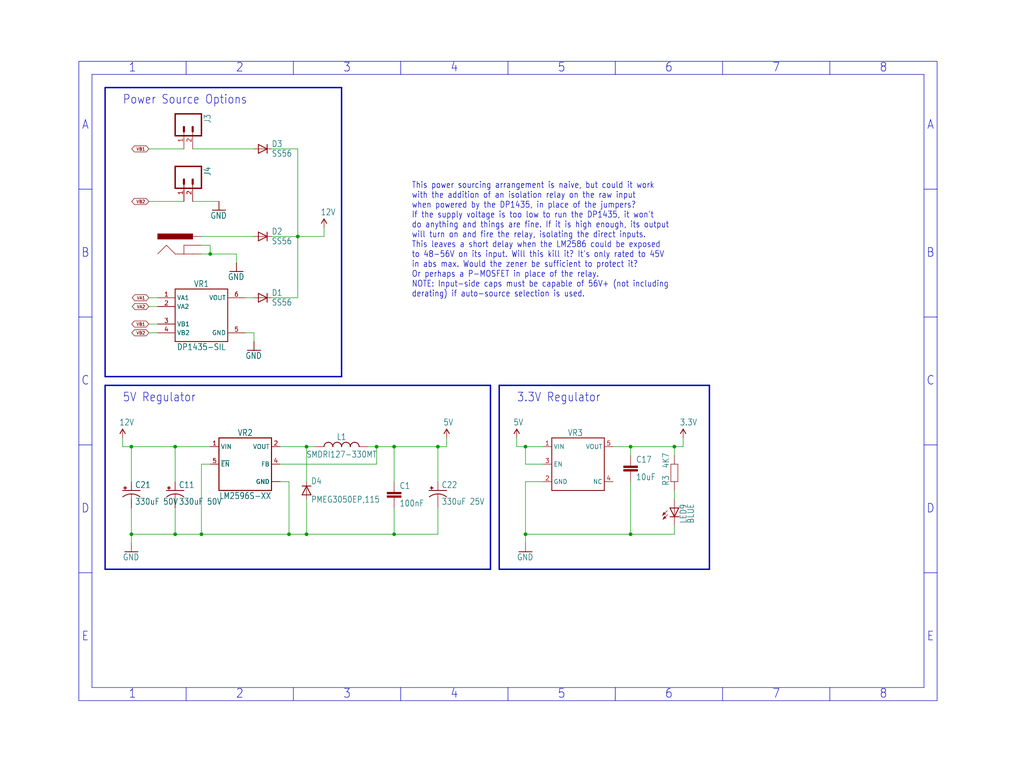
<source format=kicad_sch>
(kicad_sch (version 20230121) (generator eeschema)

  (uuid 74bbf2aa-629f-4074-bc78-7f368baa152c)

  (paper "User" 297.002 223.672)

  (lib_symbols
    (symbol "IOTAP-eagle-import:12V" (power) (in_bom yes) (on_board yes)
      (property "Reference" "#P+" (at 0 0 0)
        (effects (font (size 1.27 1.27)) hide)
      )
      (property "Value" "12V" (at -1.016 3.556 0)
        (effects (font (size 1.778 1.5113)) (justify left bottom))
      )
      (property "Footprint" "" (at 0 0 0)
        (effects (font (size 1.27 1.27)) hide)
      )
      (property "Datasheet" "" (at 0 0 0)
        (effects (font (size 1.27 1.27)) hide)
      )
      (property "ki_locked" "" (at 0 0 0)
        (effects (font (size 1.27 1.27)))
      )
      (symbol "12V_1_0"
        (polyline
          (pts
            (xy 0 2.54)
            (xy -0.762 1.27)
          )
          (stroke (width 0.254) (type solid))
          (fill (type none))
        )
        (polyline
          (pts
            (xy 0.762 1.27)
            (xy 0 2.54)
          )
          (stroke (width 0.254) (type solid))
          (fill (type none))
        )
        (pin power_in line (at 0 0 90) (length 2.54)
          (name "12V" (effects (font (size 0 0))))
          (number "1" (effects (font (size 0 0))))
        )
      )
    )
    (symbol "IOTAP-eagle-import:3.3V" (power) (in_bom yes) (on_board yes)
      (property "Reference" "#P+" (at 0 0 0)
        (effects (font (size 1.27 1.27)) hide)
      )
      (property "Value" "3.3V" (at -1.016 3.556 0)
        (effects (font (size 1.778 1.5113)) (justify left bottom))
      )
      (property "Footprint" "" (at 0 0 0)
        (effects (font (size 1.27 1.27)) hide)
      )
      (property "Datasheet" "" (at 0 0 0)
        (effects (font (size 1.27 1.27)) hide)
      )
      (property "ki_locked" "" (at 0 0 0)
        (effects (font (size 1.27 1.27)))
      )
      (symbol "3.3V_1_0"
        (polyline
          (pts
            (xy 0 2.54)
            (xy -0.762 1.27)
          )
          (stroke (width 0.254) (type solid))
          (fill (type none))
        )
        (polyline
          (pts
            (xy 0.762 1.27)
            (xy 0 2.54)
          )
          (stroke (width 0.254) (type solid))
          (fill (type none))
        )
        (pin power_in line (at 0 0 90) (length 2.54)
          (name "3.3V" (effects (font (size 0 0))))
          (number "1" (effects (font (size 0 0))))
        )
      )
    )
    (symbol "IOTAP-eagle-import:5V" (power) (in_bom yes) (on_board yes)
      (property "Reference" "#P+" (at 0 0 0)
        (effects (font (size 1.27 1.27)) hide)
      )
      (property "Value" "5V" (at -1.016 3.556 0)
        (effects (font (size 1.778 1.5113)) (justify left bottom))
      )
      (property "Footprint" "" (at 0 0 0)
        (effects (font (size 1.27 1.27)) hide)
      )
      (property "Datasheet" "" (at 0 0 0)
        (effects (font (size 1.27 1.27)) hide)
      )
      (property "ki_locked" "" (at 0 0 0)
        (effects (font (size 1.27 1.27)))
      )
      (symbol "5V_1_0"
        (polyline
          (pts
            (xy 0 2.54)
            (xy -0.762 1.27)
          )
          (stroke (width 0.254) (type solid))
          (fill (type none))
        )
        (polyline
          (pts
            (xy 0.762 1.27)
            (xy 0 2.54)
          )
          (stroke (width 0.254) (type solid))
          (fill (type none))
        )
        (pin power_in line (at 0 0 90) (length 2.54)
          (name "5V" (effects (font (size 0 0))))
          (number "1" (effects (font (size 0 0))))
        )
      )
    )
    (symbol "IOTAP-eagle-import:AP2112KSOT25" (in_bom yes) (on_board yes)
      (property "Reference" "VR" (at -3.048 8.128 0)
        (effects (font (size 1.778 1.5113)) (justify left bottom))
      )
      (property "Value" "" (at 0 -10.16 0)
        (effects (font (size 1.778 1.5113)) (justify bottom))
      )
      (property "Footprint" "IOTAP:SOT23-5" (at 0 0 0)
        (effects (font (size 1.27 1.27)) hide)
      )
      (property "Datasheet" "" (at 0 0 0)
        (effects (font (size 1.27 1.27)) hide)
      )
      (property "ki_locked" "" (at 0 0 0)
        (effects (font (size 1.27 1.27)))
      )
      (symbol "AP2112KSOT25_1_0"
        (polyline
          (pts
            (xy -7.62 -7.62)
            (xy 7.62 -7.62)
          )
          (stroke (width 0.254) (type solid))
          (fill (type none))
        )
        (polyline
          (pts
            (xy -7.62 7.62)
            (xy -7.62 -7.62)
          )
          (stroke (width 0.254) (type solid))
          (fill (type none))
        )
        (polyline
          (pts
            (xy 7.62 -7.62)
            (xy 7.62 7.62)
          )
          (stroke (width 0.254) (type solid))
          (fill (type none))
        )
        (polyline
          (pts
            (xy 7.62 7.62)
            (xy -7.62 7.62)
          )
          (stroke (width 0.254) (type solid))
          (fill (type none))
        )
        (pin bidirectional line (at -10.16 5.08 0) (length 2.54)
          (name "VIN" (effects (font (size 1.27 1.27))))
          (number "1" (effects (font (size 1.27 1.27))))
        )
        (pin bidirectional line (at -10.16 -5.08 0) (length 2.54)
          (name "GND" (effects (font (size 1.27 1.27))))
          (number "2" (effects (font (size 1.27 1.27))))
        )
        (pin bidirectional line (at -10.16 0 0) (length 2.54)
          (name "EN" (effects (font (size 1.27 1.27))))
          (number "3" (effects (font (size 1.27 1.27))))
        )
        (pin bidirectional line (at 10.16 -5.08 180) (length 2.54)
          (name "NC" (effects (font (size 1.27 1.27))))
          (number "4" (effects (font (size 1.27 1.27))))
        )
        (pin bidirectional line (at 10.16 5.08 180) (length 2.54)
          (name "VOUT" (effects (font (size 1.27 1.27))))
          (number "5" (effects (font (size 1.27 1.27))))
        )
      )
    )
    (symbol "IOTAP-eagle-import:CAP0603" (in_bom yes) (on_board yes)
      (property "Reference" "C" (at 1.524 2.921 0)
        (effects (font (size 1.778 1.5113)) (justify left bottom))
      )
      (property "Value" "" (at 1.524 -2.159 0)
        (effects (font (size 1.778 1.5113)) (justify left bottom))
      )
      (property "Footprint" "IOTAP:C0603" (at 0 0 0)
        (effects (font (size 1.27 1.27)) hide)
      )
      (property "Datasheet" "" (at 0 0 0)
        (effects (font (size 1.27 1.27)) hide)
      )
      (property "ki_locked" "" (at 0 0 0)
        (effects (font (size 1.27 1.27)))
      )
      (symbol "CAP0603_1_0"
        (rectangle (start -2.032 0.508) (end 2.032 1.016)
          (stroke (width 0) (type default))
          (fill (type outline))
        )
        (rectangle (start -2.032 1.524) (end 2.032 2.032)
          (stroke (width 0) (type default))
          (fill (type outline))
        )
        (polyline
          (pts
            (xy 0 0)
            (xy 0 0.508)
          )
          (stroke (width 0.1524) (type solid))
          (fill (type none))
        )
        (polyline
          (pts
            (xy 0 2.54)
            (xy 0 2.032)
          )
          (stroke (width 0.1524) (type solid))
          (fill (type none))
        )
        (pin passive line (at 0 5.08 270) (length 2.54)
          (name "1" (effects (font (size 0 0))))
          (number "1" (effects (font (size 0 0))))
        )
        (pin passive line (at 0 -2.54 90) (length 2.54)
          (name "2" (effects (font (size 0 0))))
          (number "2" (effects (font (size 0 0))))
        )
      )
    )
    (symbol "IOTAP-eagle-import:CAP0805" (in_bom yes) (on_board yes)
      (property "Reference" "C" (at 1.524 2.921 0)
        (effects (font (size 1.778 1.5113)) (justify left bottom))
      )
      (property "Value" "" (at 1.524 -2.159 0)
        (effects (font (size 1.778 1.5113)) (justify left bottom))
      )
      (property "Footprint" "IOTAP:C0805" (at 0 0 0)
        (effects (font (size 1.27 1.27)) hide)
      )
      (property "Datasheet" "" (at 0 0 0)
        (effects (font (size 1.27 1.27)) hide)
      )
      (property "ki_locked" "" (at 0 0 0)
        (effects (font (size 1.27 1.27)))
      )
      (symbol "CAP0805_1_0"
        (rectangle (start -2.032 0.508) (end 2.032 1.016)
          (stroke (width 0) (type default))
          (fill (type outline))
        )
        (rectangle (start -2.032 1.524) (end 2.032 2.032)
          (stroke (width 0) (type default))
          (fill (type outline))
        )
        (polyline
          (pts
            (xy 0 0)
            (xy 0 0.508)
          )
          (stroke (width 0.1524) (type solid))
          (fill (type none))
        )
        (polyline
          (pts
            (xy 0 2.54)
            (xy 0 2.032)
          )
          (stroke (width 0.1524) (type solid))
          (fill (type none))
        )
        (pin passive line (at 0 5.08 270) (length 2.54)
          (name "1" (effects (font (size 0 0))))
          (number "1" (effects (font (size 0 0))))
        )
        (pin passive line (at 0 -2.54 90) (length 2.54)
          (name "2" (effects (font (size 0 0))))
          (number "2" (effects (font (size 0 0))))
        )
      )
    )
    (symbol "IOTAP-eagle-import:CAP_POLG" (in_bom yes) (on_board yes)
      (property "Reference" "C" (at 1.016 0.635 0)
        (effects (font (size 1.778 1.5113)) (justify left bottom))
      )
      (property "Value" "" (at 1.016 -4.191 0)
        (effects (font (size 1.778 1.5113)) (justify left bottom))
      )
      (property "Footprint" "IOTAP:PANASONIC_G" (at 0 0 0)
        (effects (font (size 1.27 1.27)) hide)
      )
      (property "Datasheet" "" (at 0 0 0)
        (effects (font (size 1.27 1.27)) hide)
      )
      (property "ki_locked" "" (at 0 0 0)
        (effects (font (size 1.27 1.27)))
      )
      (symbol "CAP_POLG_1_0"
        (rectangle (start -2.253 0.668) (end -1.364 0.795)
          (stroke (width 0) (type default))
          (fill (type outline))
        )
        (rectangle (start -1.872 0.287) (end -1.745 1.176)
          (stroke (width 0) (type default))
          (fill (type outline))
        )
        (arc (start 0 -1.0161) (mid -1.3021 -1.2303) (end -2.4669 -1.8504)
          (stroke (width 0.254) (type solid))
          (fill (type none))
        )
        (polyline
          (pts
            (xy -2.54 0)
            (xy 2.54 0)
          )
          (stroke (width 0.254) (type solid))
          (fill (type none))
        )
        (polyline
          (pts
            (xy 0 -1.016)
            (xy 0 -2.54)
          )
          (stroke (width 0.1524) (type solid))
          (fill (type none))
        )
        (arc (start 2.4892 -1.8541) (mid 1.3158 -1.2194) (end 0 -1)
          (stroke (width 0.254) (type solid))
          (fill (type none))
        )
        (pin passive line (at 0 2.54 270) (length 2.54)
          (name "+" (effects (font (size 0 0))))
          (number "+" (effects (font (size 0 0))))
        )
        (pin passive line (at 0 -5.08 90) (length 2.54)
          (name "-" (effects (font (size 0 0))))
          (number "-" (effects (font (size 0 0))))
        )
      )
    )
    (symbol "IOTAP-eagle-import:DIODE-SOD128" (in_bom yes) (on_board yes)
      (property "Reference" "D" (at 2.54 0.4826 0)
        (effects (font (size 1.778 1.5113)) (justify left bottom))
      )
      (property "Value" "" (at 2.54 -2.3114 0)
        (effects (font (size 1.778 1.5113)) (justify left bottom))
      )
      (property "Footprint" "IOTAP:SOD-128" (at 0 0 0)
        (effects (font (size 1.27 1.27)) hide)
      )
      (property "Datasheet" "" (at 0 0 0)
        (effects (font (size 1.27 1.27)) hide)
      )
      (property "ki_locked" "" (at 0 0 0)
        (effects (font (size 1.27 1.27)))
      )
      (symbol "DIODE-SOD128_1_0"
        (polyline
          (pts
            (xy -1.27 -1.27)
            (xy 1.27 0)
          )
          (stroke (width 0.254) (type solid))
          (fill (type none))
        )
        (polyline
          (pts
            (xy -1.27 1.27)
            (xy -1.27 -1.27)
          )
          (stroke (width 0.254) (type solid))
          (fill (type none))
        )
        (polyline
          (pts
            (xy 1.27 0)
            (xy -1.27 1.27)
          )
          (stroke (width 0.254) (type solid))
          (fill (type none))
        )
        (polyline
          (pts
            (xy 1.27 0)
            (xy 1.27 -1.27)
          )
          (stroke (width 0.254) (type solid))
          (fill (type none))
        )
        (polyline
          (pts
            (xy 1.27 1.27)
            (xy 1.27 0)
          )
          (stroke (width 0.254) (type solid))
          (fill (type none))
        )
        (pin passive line (at 2.54 0 180) (length 2.54)
          (name "C" (effects (font (size 0 0))))
          (number "1" (effects (font (size 0 0))))
        )
        (pin passive line (at -2.54 0 0) (length 2.54)
          (name "A" (effects (font (size 0 0))))
          (number "2" (effects (font (size 0 0))))
        )
      )
    )
    (symbol "IOTAP-eagle-import:DIODESMA" (in_bom yes) (on_board yes)
      (property "Reference" "D" (at 2.54 0.4826 0)
        (effects (font (size 1.778 1.5113)) (justify left bottom))
      )
      (property "Value" "" (at 2.54 -2.3114 0)
        (effects (font (size 1.778 1.5113)) (justify left bottom))
      )
      (property "Footprint" "IOTAP:SMA-DIODE" (at 0 0 0)
        (effects (font (size 1.27 1.27)) hide)
      )
      (property "Datasheet" "" (at 0 0 0)
        (effects (font (size 1.27 1.27)) hide)
      )
      (property "ki_locked" "" (at 0 0 0)
        (effects (font (size 1.27 1.27)))
      )
      (symbol "DIODESMA_1_0"
        (polyline
          (pts
            (xy -1.27 -1.27)
            (xy 1.27 0)
          )
          (stroke (width 0.254) (type solid))
          (fill (type none))
        )
        (polyline
          (pts
            (xy -1.27 1.27)
            (xy -1.27 -1.27)
          )
          (stroke (width 0.254) (type solid))
          (fill (type none))
        )
        (polyline
          (pts
            (xy 1.27 0)
            (xy -1.27 1.27)
          )
          (stroke (width 0.254) (type solid))
          (fill (type none))
        )
        (polyline
          (pts
            (xy 1.27 0)
            (xy 1.27 -1.27)
          )
          (stroke (width 0.254) (type solid))
          (fill (type none))
        )
        (polyline
          (pts
            (xy 1.27 1.27)
            (xy 1.27 0)
          )
          (stroke (width 0.254) (type solid))
          (fill (type none))
        )
        (pin passive line (at -2.54 0 0) (length 2.54)
          (name "A" (effects (font (size 0 0))))
          (number "A" (effects (font (size 0 0))))
        )
        (pin passive line (at 2.54 0 180) (length 2.54)
          (name "C" (effects (font (size 0 0))))
          (number "C" (effects (font (size 0 0))))
        )
      )
    )
    (symbol "IOTAP-eagle-import:DP1435-SIL" (in_bom yes) (on_board yes)
      (property "Reference" "VR" (at 0 8.128 0)
        (effects (font (size 1.778 1.5113)) (justify bottom))
      )
      (property "Value" "" (at 0 -10.16 0)
        (effects (font (size 1.778 1.5113)) (justify bottom))
      )
      (property "Footprint" "IOTAP:DP1435" (at 0 0 0)
        (effects (font (size 1.27 1.27)) hide)
      )
      (property "Datasheet" "" (at 0 0 0)
        (effects (font (size 1.27 1.27)) hide)
      )
      (property "ki_locked" "" (at 0 0 0)
        (effects (font (size 1.27 1.27)))
      )
      (symbol "DP1435-SIL_1_0"
        (polyline
          (pts
            (xy -7.62 -7.62)
            (xy 7.62 -7.62)
          )
          (stroke (width 0.254) (type solid))
          (fill (type none))
        )
        (polyline
          (pts
            (xy -7.62 7.62)
            (xy -7.62 -7.62)
          )
          (stroke (width 0.254) (type solid))
          (fill (type none))
        )
        (polyline
          (pts
            (xy 7.62 -7.62)
            (xy 7.62 7.62)
          )
          (stroke (width 0.254) (type solid))
          (fill (type none))
        )
        (polyline
          (pts
            (xy 7.62 7.62)
            (xy -7.62 7.62)
          )
          (stroke (width 0.254) (type solid))
          (fill (type none))
        )
        (pin power_in line (at -12.7 5.08 0) (length 5.08)
          (name "VA1" (effects (font (size 1.27 1.27))))
          (number "1" (effects (font (size 1.27 1.27))))
        )
        (pin power_in line (at -12.7 2.54 0) (length 5.08)
          (name "VA2" (effects (font (size 1.27 1.27))))
          (number "2" (effects (font (size 1.27 1.27))))
        )
        (pin power_in line (at -12.7 -2.54 0) (length 5.08)
          (name "VB1" (effects (font (size 1.27 1.27))))
          (number "3" (effects (font (size 1.27 1.27))))
        )
        (pin power_in line (at -12.7 -5.08 0) (length 5.08)
          (name "VB2" (effects (font (size 1.27 1.27))))
          (number "4" (effects (font (size 1.27 1.27))))
        )
        (pin bidirectional line (at 12.7 -5.08 180) (length 5.08)
          (name "GND" (effects (font (size 1.27 1.27))))
          (number "5" (effects (font (size 1.27 1.27))))
        )
        (pin bidirectional line (at 12.7 5.08 180) (length 5.08)
          (name "VOUT" (effects (font (size 1.27 1.27))))
          (number "6" (effects (font (size 1.27 1.27))))
        )
      )
    )
    (symbol "IOTAP-eagle-import:GND" (power) (in_bom yes) (on_board yes)
      (property "Reference" "#GND" (at 0 0 0)
        (effects (font (size 1.27 1.27)) hide)
      )
      (property "Value" "GND" (at -2.54 -2.54 0)
        (effects (font (size 1.778 1.5113)) (justify left bottom))
      )
      (property "Footprint" "" (at 0 0 0)
        (effects (font (size 1.27 1.27)) hide)
      )
      (property "Datasheet" "" (at 0 0 0)
        (effects (font (size 1.27 1.27)) hide)
      )
      (property "ki_locked" "" (at 0 0 0)
        (effects (font (size 1.27 1.27)))
      )
      (symbol "GND_1_0"
        (polyline
          (pts
            (xy -1.905 0)
            (xy 1.905 0)
          )
          (stroke (width 0.254) (type solid))
          (fill (type none))
        )
        (pin power_in line (at 0 2.54 270) (length 2.54)
          (name "GND" (effects (font (size 0 0))))
          (number "1" (effects (font (size 0 0))))
        )
      )
    )
    (symbol "IOTAP-eagle-import:INDUCTORCDRH127" (in_bom yes) (on_board yes)
      (property "Reference" "L" (at 0 3.81 0)
        (effects (font (size 1.778 1.5113)) (justify top))
      )
      (property "Value" "" (at 0 -1.27 0)
        (effects (font (size 1.778 1.5113)) (justify top))
      )
      (property "Footprint" "IOTAP:INDPM120120X800N" (at 0 0 0)
        (effects (font (size 1.27 1.27)) hide)
      )
      (property "Datasheet" "" (at 0 0 0)
        (effects (font (size 1.27 1.27)) hide)
      )
      (property "ki_locked" "" (at 0 0 0)
        (effects (font (size 1.27 1.27)))
      )
      (symbol "INDUCTORCDRH127_1_0"
        (arc (start -3.81 1.27) (mid -4.708 0.898) (end -5.08 0)
          (stroke (width 0.254) (type solid))
          (fill (type none))
        )
        (arc (start -2.54 0) (mid -2.912 0.898) (end -3.81 1.27)
          (stroke (width 0.254) (type solid))
          (fill (type none))
        )
        (arc (start -1.27 1.27) (mid -2.168 0.898) (end -2.54 0)
          (stroke (width 0.254) (type solid))
          (fill (type none))
        )
        (arc (start 0 0) (mid -0.372 0.898) (end -1.27 1.27)
          (stroke (width 0.254) (type solid))
          (fill (type none))
        )
        (arc (start 1.27 1.27) (mid 0.372 0.898) (end 0 0)
          (stroke (width 0.254) (type solid))
          (fill (type none))
        )
        (arc (start 2.54 0) (mid 2.168 0.898) (end 1.27 1.27)
          (stroke (width 0.254) (type solid))
          (fill (type none))
        )
        (arc (start 3.81 1.27) (mid 2.912 0.898) (end 2.54 0)
          (stroke (width 0.254) (type solid))
          (fill (type none))
        )
        (arc (start 5.08 0) (mid 4.708 0.898) (end 3.81 1.27)
          (stroke (width 0.254) (type solid))
          (fill (type none))
        )
        (pin passive line (at -7.62 0 0) (length 2.54)
          (name "1" (effects (font (size 0 0))))
          (number "1" (effects (font (size 0 0))))
        )
        (pin passive line (at 7.62 0 180) (length 2.54)
          (name "2" (effects (font (size 0 0))))
          (number "2" (effects (font (size 0 0))))
        )
      )
    )
    (symbol "IOTAP-eagle-import:LED0603" (in_bom yes) (on_board yes)
      (property "Reference" "LED" (at 3.556 -4.572 90)
        (effects (font (size 1.778 1.5113)) (justify left bottom))
      )
      (property "Value" "" (at 5.715 -4.572 90)
        (effects (font (size 1.778 1.5113)) (justify left bottom))
      )
      (property "Footprint" "IOTAP:LED-0603" (at 0 0 0)
        (effects (font (size 1.27 1.27)) hide)
      )
      (property "Datasheet" "" (at 0 0 0)
        (effects (font (size 1.27 1.27)) hide)
      )
      (property "ki_locked" "" (at 0 0 0)
        (effects (font (size 1.27 1.27)))
      )
      (symbol "LED0603_1_0"
        (polyline
          (pts
            (xy -2.032 -0.762)
            (xy -3.429 -2.159)
          )
          (stroke (width 0.1524) (type solid))
          (fill (type none))
        )
        (polyline
          (pts
            (xy -1.905 -1.905)
            (xy -3.302 -3.302)
          )
          (stroke (width 0.1524) (type solid))
          (fill (type none))
        )
        (polyline
          (pts
            (xy 0 -2.54)
            (xy -1.27 -2.54)
          )
          (stroke (width 0.254) (type solid))
          (fill (type none))
        )
        (polyline
          (pts
            (xy 0 -2.54)
            (xy -1.27 0)
          )
          (stroke (width 0.254) (type solid))
          (fill (type none))
        )
        (polyline
          (pts
            (xy 0 0)
            (xy -1.27 0)
          )
          (stroke (width 0.254) (type solid))
          (fill (type none))
        )
        (polyline
          (pts
            (xy 0 0)
            (xy 0 -2.54)
          )
          (stroke (width 0.1524) (type solid))
          (fill (type none))
        )
        (polyline
          (pts
            (xy 1.27 -2.54)
            (xy 0 -2.54)
          )
          (stroke (width 0.254) (type solid))
          (fill (type none))
        )
        (polyline
          (pts
            (xy 1.27 0)
            (xy 0 -2.54)
          )
          (stroke (width 0.254) (type solid))
          (fill (type none))
        )
        (polyline
          (pts
            (xy 1.27 0)
            (xy 0 0)
          )
          (stroke (width 0.254) (type solid))
          (fill (type none))
        )
        (polyline
          (pts
            (xy -3.429 -2.159)
            (xy -3.048 -1.27)
            (xy -2.54 -1.778)
          )
          (stroke (width 0.1524) (type solid))
          (fill (type outline))
        )
        (polyline
          (pts
            (xy -3.302 -3.302)
            (xy -2.921 -2.413)
            (xy -2.413 -2.921)
          )
          (stroke (width 0.1524) (type solid))
          (fill (type outline))
        )
        (pin passive line (at 0 2.54 270) (length 2.54)
          (name "A" (effects (font (size 0 0))))
          (number "A" (effects (font (size 0 0))))
        )
        (pin passive line (at 0 -5.08 90) (length 2.54)
          (name "C" (effects (font (size 0 0))))
          (number "C" (effects (font (size 0 0))))
        )
      )
    )
    (symbol "IOTAP-eagle-import:LM2596S-XX" (in_bom yes) (on_board yes)
      (property "Reference" "REG" (at 0 8.128 0)
        (effects (font (size 1.778 1.5113)) (justify bottom))
      )
      (property "Value" "" (at 0 -10.16 0)
        (effects (font (size 1.778 1.5113)) (justify bottom))
      )
      (property "Footprint" "IOTAP:TO170P1435X465-6N" (at 0 0 0)
        (effects (font (size 1.27 1.27)) hide)
      )
      (property "Datasheet" "" (at 0 0 0)
        (effects (font (size 1.27 1.27)) hide)
      )
      (property "ki_locked" "" (at 0 0 0)
        (effects (font (size 1.27 1.27)))
      )
      (symbol "LM2596S-XX_1_0"
        (polyline
          (pts
            (xy -7.62 7.62)
            (xy -7.62 -7.62)
          )
          (stroke (width 0.3048) (type solid))
          (fill (type none))
        )
        (polyline
          (pts
            (xy -7.62 7.62)
            (xy 7.62 7.62)
          )
          (stroke (width 0.3048) (type solid))
          (fill (type none))
        )
        (polyline
          (pts
            (xy 7.62 -7.62)
            (xy -7.62 -7.62)
          )
          (stroke (width 0.3048) (type solid))
          (fill (type none))
        )
        (polyline
          (pts
            (xy 7.62 -7.62)
            (xy 7.62 7.62)
          )
          (stroke (width 0.3048) (type solid))
          (fill (type none))
        )
        (pin input line (at -10.16 5.08 0) (length 2.54)
          (name "VIN" (effects (font (size 1.27 1.27))))
          (number "1" (effects (font (size 1.27 1.27))))
        )
        (pin output line (at 10.16 5.08 180) (length 2.54)
          (name "VOUT" (effects (font (size 1.27 1.27))))
          (number "2" (effects (font (size 1.27 1.27))))
        )
        (pin bidirectional line (at 10.16 -5.08 180) (length 2.54)
          (name "GND" (effects (font (size 1.27 1.27))))
          (number "3" (effects (font (size 0 0))))
        )
        (pin bidirectional line (at 10.16 0 180) (length 2.54)
          (name "FB" (effects (font (size 1.27 1.27))))
          (number "4" (effects (font (size 1.27 1.27))))
        )
        (pin bidirectional line (at -10.16 0 0) (length 2.54)
          (name "~{EN}" (effects (font (size 1.27 1.27))))
          (number "5" (effects (font (size 1.27 1.27))))
        )
        (pin bidirectional line (at 10.16 -5.08 180) (length 2.54)
          (name "GND" (effects (font (size 1.27 1.27))))
          (number "6" (effects (font (size 0 0))))
        )
      )
    )
    (symbol "IOTAP-eagle-import:M02-PIN-RA" (in_bom yes) (on_board yes)
      (property "Reference" "J" (at -2.54 5.842 0)
        (effects (font (size 1.778 1.5113)) (justify left bottom))
      )
      (property "Value" "" (at -2.54 -5.08 0)
        (effects (font (size 1.778 1.5113)) (justify left bottom))
      )
      (property "Footprint" "IOTAP:1X02-P-RA" (at 0 0 0)
        (effects (font (size 1.27 1.27)) hide)
      )
      (property "Datasheet" "" (at 0 0 0)
        (effects (font (size 1.27 1.27)) hide)
      )
      (property "ki_locked" "" (at 0 0 0)
        (effects (font (size 1.27 1.27)))
      )
      (symbol "M02-PIN-RA_1_0"
        (polyline
          (pts
            (xy -2.54 5.08)
            (xy -2.54 -2.54)
          )
          (stroke (width 0.4064) (type solid))
          (fill (type none))
        )
        (polyline
          (pts
            (xy -2.54 5.08)
            (xy 3.81 5.08)
          )
          (stroke (width 0.4064) (type solid))
          (fill (type none))
        )
        (polyline
          (pts
            (xy 1.27 0)
            (xy 2.54 0)
          )
          (stroke (width 0.6096) (type solid))
          (fill (type none))
        )
        (polyline
          (pts
            (xy 1.27 2.54)
            (xy 2.54 2.54)
          )
          (stroke (width 0.6096) (type solid))
          (fill (type none))
        )
        (polyline
          (pts
            (xy 3.81 -2.54)
            (xy -2.54 -2.54)
          )
          (stroke (width 0.4064) (type solid))
          (fill (type none))
        )
        (polyline
          (pts
            (xy 3.81 -2.54)
            (xy 3.81 5.08)
          )
          (stroke (width 0.4064) (type solid))
          (fill (type none))
        )
        (pin passive line (at 7.62 0 180) (length 5.08)
          (name "1" (effects (font (size 0 0))))
          (number "1" (effects (font (size 1.27 1.27))))
        )
        (pin passive line (at 7.62 2.54 180) (length 5.08)
          (name "2" (effects (font (size 0 0))))
          (number "2" (effects (font (size 1.27 1.27))))
        )
      )
    )
    (symbol "IOTAP-eagle-import:POWER_JACK-SLOTS" (in_bom yes) (on_board yes)
      (property "Reference" "J" (at -10.16 0 0)
        (effects (font (size 1.778 1.5113)) (justify left bottom) hide)
      )
      (property "Value" "" (at -10.16 10.16 0)
        (effects (font (size 1.778 1.5113)) (justify left bottom) hide)
      )
      (property "Footprint" "IOTAP:POWER_JACK_SLOTS" (at 0 0 0)
        (effects (font (size 1.27 1.27)) hide)
      )
      (property "Datasheet" "" (at 0 0 0)
        (effects (font (size 1.27 1.27)) hide)
      )
      (property "ki_locked" "" (at 0 0 0)
        (effects (font (size 1.27 1.27)))
      )
      (symbol "POWER_JACK-SLOTS_1_0"
        (rectangle (start -10.16 6.858) (end 0 8.382)
          (stroke (width 0) (type default))
          (fill (type outline))
        )
        (polyline
          (pts
            (xy -10.16 2.54)
            (xy -7.62 5.08)
          )
          (stroke (width 0.1524) (type solid))
          (fill (type none))
        )
        (polyline
          (pts
            (xy -7.62 5.08)
            (xy -5.08 2.54)
          )
          (stroke (width 0.1524) (type solid))
          (fill (type none))
        )
        (polyline
          (pts
            (xy -5.08 2.54)
            (xy -2.54 2.54)
          )
          (stroke (width 0.1524) (type solid))
          (fill (type none))
        )
        (polyline
          (pts
            (xy -2.54 2.54)
            (xy -2.54 5.08)
          )
          (stroke (width 0.1524) (type solid))
          (fill (type none))
        )
        (polyline
          (pts
            (xy -2.54 2.54)
            (xy 0 2.54)
          )
          (stroke (width 0.1524) (type solid))
          (fill (type none))
        )
        (polyline
          (pts
            (xy -2.54 5.08)
            (xy 0 5.08)
          )
          (stroke (width 0.1524) (type solid))
          (fill (type none))
        )
        (pin bidirectional line (at 2.54 2.54 180) (length 2.54)
          (name "GND" (effects (font (size 0 0))))
          (number "GND" (effects (font (size 0 0))))
        )
        (pin bidirectional line (at 2.54 5.08 180) (length 2.54)
          (name "GNDBREAK" (effects (font (size 0 0))))
          (number "GNDBREAK" (effects (font (size 0 0))))
        )
        (pin bidirectional line (at 2.54 7.62 180) (length 2.54)
          (name "PWR" (effects (font (size 0 0))))
          (number "PWR" (effects (font (size 0 0))))
        )
      )
    )
    (symbol "IOTAP-eagle-import:RESISTOR0603" (in_bom yes) (on_board yes)
      (property "Reference" "R" (at 0 1.4986 0)
        (effects (font (size 1.778 1.5113)) (justify bottom))
      )
      (property "Value" "" (at 0 -3.302 0)
        (effects (font (size 1.778 1.5113)) (justify bottom))
      )
      (property "Footprint" "IOTAP:R0603" (at 0 0 0)
        (effects (font (size 1.27 1.27)) hide)
      )
      (property "Datasheet" "" (at 0 0 0)
        (effects (font (size 1.27 1.27)) hide)
      )
      (property "ki_locked" "" (at 0 0 0)
        (effects (font (size 1.27 1.27)))
      )
      (symbol "RESISTOR0603_1_0"
        (polyline
          (pts
            (xy -2.54 -1.016)
            (xy -2.54 1.016)
          )
          (stroke (width 0.1524) (type solid))
          (fill (type none))
        )
        (polyline
          (pts
            (xy -2.54 -1.016)
            (xy 2.54 -1.016)
          )
          (stroke (width 0.1524) (type solid))
          (fill (type none))
        )
        (polyline
          (pts
            (xy -2.54 1.016)
            (xy 2.54 1.016)
          )
          (stroke (width 0.1524) (type solid))
          (fill (type none))
        )
        (polyline
          (pts
            (xy 2.54 -1.016)
            (xy 2.54 1.016)
          )
          (stroke (width 0.1524) (type solid))
          (fill (type none))
        )
        (pin passive line (at -5.08 0 0) (length 2.54)
          (name "1" (effects (font (size 0 0))))
          (number "1" (effects (font (size 0 0))))
        )
        (pin passive line (at 5.08 0 180) (length 2.54)
          (name "2" (effects (font (size 0 0))))
          (number "2" (effects (font (size 0 0))))
        )
      )
    )
  )

  (junction (at 182.88 154.94) (diameter 0) (color 0 0 0 0)
    (uuid 190b0ce3-db35-43d3-a887-847b7409f15d)
  )
  (junction (at 182.88 129.54) (diameter 0) (color 0 0 0 0)
    (uuid 19ccc4e1-a728-4ec7-b21a-4489327c1da0)
  )
  (junction (at 58.42 154.94) (diameter 0) (color 0 0 0 0)
    (uuid 6085c1d1-c305-4d9b-9fde-571c853cb8d5)
  )
  (junction (at 152.4 154.94) (diameter 0) (color 0 0 0 0)
    (uuid 6ebc6cfe-5ee7-4d34-8aba-246054a74668)
  )
  (junction (at 50.8 129.54) (diameter 0) (color 0 0 0 0)
    (uuid 747da7c7-cd6c-46e9-ab50-7538596d379f)
  )
  (junction (at 109.22 129.54) (diameter 0) (color 0 0 0 0)
    (uuid 7b646631-a0fb-471b-998d-459aa5b866d9)
  )
  (junction (at 152.4 129.54) (diameter 0) (color 0 0 0 0)
    (uuid 885ab3d1-1cf6-4f7b-b66b-e5522e4fcc65)
  )
  (junction (at 114.3 129.54) (diameter 0) (color 0 0 0 0)
    (uuid 892a94ee-4c5f-4826-a1b3-5acce008a779)
  )
  (junction (at 195.58 129.54) (diameter 0) (color 0 0 0 0)
    (uuid a48b318a-84a5-4277-9eb7-249ffca653bc)
  )
  (junction (at 127 129.54) (diameter 0) (color 0 0 0 0)
    (uuid aa4b9493-1eec-4643-83c3-daf2d971468c)
  )
  (junction (at 83.82 154.94) (diameter 0) (color 0 0 0 0)
    (uuid b86b6738-be34-4a87-84a4-8528b6476606)
  )
  (junction (at 88.9 154.94) (diameter 0) (color 0 0 0 0)
    (uuid c1ed9b13-1f3a-4661-996b-c548ad934ad4)
  )
  (junction (at 50.8 154.94) (diameter 0) (color 0 0 0 0)
    (uuid c254d297-5c8f-427f-a10e-3672e9579cd4)
  )
  (junction (at 38.1 154.94) (diameter 0) (color 0 0 0 0)
    (uuid d3780c9f-3dde-4cad-9324-b09ad8513fae)
  )
  (junction (at 86.36 68.58) (diameter 0) (color 0 0 0 0)
    (uuid d5a7a6c2-97c1-4014-ad6e-a617b264ea1e)
  )
  (junction (at 114.3 154.94) (diameter 0) (color 0 0 0 0)
    (uuid dfe8c765-0240-44c8-a6c8-e5fa23742d8f)
  )
  (junction (at 38.1 129.54) (diameter 0) (color 0 0 0 0)
    (uuid e1ca4f8e-19c4-453b-abc7-b09b448d5938)
  )
  (junction (at 88.9 129.54) (diameter 0) (color 0 0 0 0)
    (uuid e4b46ce5-74d5-4bbe-9e19-ed5661ada1c7)
  )
  (junction (at 60.96 73.66) (diameter 0) (color 0 0 0 0)
    (uuid f7ec1343-5fbf-4be1-8e53-a5f9ebb2c829)
  )

  (wire (pts (xy 182.88 139.7) (xy 182.88 154.94))
    (stroke (width 0.1524) (type solid))
    (uuid 016bbf5d-1c4d-40c6-a49f-f591a51c0933)
  )
  (wire (pts (xy 127 129.54) (xy 127 139.7))
    (stroke (width 0.1524) (type solid))
    (uuid 027aad19-cdee-40b8-ac19-ee374d59fa43)
  )
  (wire (pts (xy 152.4 139.7) (xy 152.4 154.94))
    (stroke (width 0.1524) (type solid))
    (uuid 095835f2-f4d6-4468-bbd4-75a7f183ee46)
  )
  (wire (pts (xy 60.96 134.62) (xy 58.42 134.62))
    (stroke (width 0.1524) (type solid))
    (uuid 0cf9db63-3244-439c-98bc-fc79c3ded0cc)
  )
  (wire (pts (xy 86.36 43.18) (xy 86.36 68.58))
    (stroke (width 0.1524) (type solid))
    (uuid 0f4bc7b7-1043-458f-b4c9-2ccdab536032)
  )
  (wire (pts (xy 73.66 43.18) (xy 55.88 43.18))
    (stroke (width 0.1524) (type solid))
    (uuid 0fdca3b6-bc2d-43e9-aa4e-f5b815e9ec12)
  )
  (wire (pts (xy 195.58 129.54) (xy 198.12 129.54))
    (stroke (width 0.1524) (type solid))
    (uuid 102e57ca-4dec-4cc3-9b53-94335aa8af7d)
  )
  (wire (pts (xy 157.48 134.62) (xy 152.4 134.62))
    (stroke (width 0.1524) (type solid))
    (uuid 13117bbd-d2d9-4bb5-978e-6cfbb6ca3218)
  )
  (wire (pts (xy 55.88 58.42) (xy 63.5 58.42))
    (stroke (width 0.1524) (type solid))
    (uuid 17873d93-956e-4dee-8140-382bcde67733)
  )
  (wire (pts (xy 73.66 68.58) (xy 58.42 68.58))
    (stroke (width 0.1524) (type solid))
    (uuid 181fe1ac-b4f4-47f9-9e9b-9f9adf7b0cf3)
  )
  (polyline (pts (xy 30.48 25.4) (xy 99.06 25.4))
    (stroke (width 0.4064) (type solid))
    (uuid 1c4379e4-3e08-4fd1-ba26-69d71ef820cf)
  )

  (wire (pts (xy 157.48 139.7) (xy 152.4 139.7))
    (stroke (width 0.1524) (type solid))
    (uuid 1da3c81d-0674-4ee6-bfc6-62bf15fa736d)
  )
  (wire (pts (xy 195.58 154.94) (xy 182.88 154.94))
    (stroke (width 0.1524) (type solid))
    (uuid 268322d7-c4b4-467c-8365-ff0e98f3d63b)
  )
  (wire (pts (xy 81.28 139.7) (xy 83.82 139.7))
    (stroke (width 0.1524) (type solid))
    (uuid 272f19c3-6c55-47f3-86df-bbd41cb937d1)
  )
  (wire (pts (xy 68.58 76.2) (xy 68.58 73.66))
    (stroke (width 0.1524) (type solid))
    (uuid 283d356d-0f2f-49f7-a813-b4dd8ffcc23b)
  )
  (wire (pts (xy 50.8 129.54) (xy 60.96 129.54))
    (stroke (width 0.1524) (type solid))
    (uuid 29982c1d-9a85-4aaf-8d2f-82792edcbdc5)
  )
  (wire (pts (xy 73.66 96.52) (xy 73.66 99.06))
    (stroke (width 0.1524) (type solid))
    (uuid 2b738edc-d623-4386-be8c-993617ac82a2)
  )
  (wire (pts (xy 182.88 129.54) (xy 182.88 132.08))
    (stroke (width 0.1524) (type solid))
    (uuid 2beda4a2-400b-474f-a84e-29065fd2d5b1)
  )
  (wire (pts (xy 35.56 129.54) (xy 38.1 129.54))
    (stroke (width 0.1524) (type solid))
    (uuid 30ab45eb-0a88-4904-bbb8-bf727d93e771)
  )
  (wire (pts (xy 83.82 139.7) (xy 83.82 154.94))
    (stroke (width 0.1524) (type solid))
    (uuid 362b1635-1c42-46c5-9aff-7c60de5f8c42)
  )
  (polyline (pts (xy 30.48 109.22) (xy 30.48 25.4))
    (stroke (width 0.4064) (type solid))
    (uuid 3cd18977-b221-4113-8415-3b03d8f07221)
  )

  (wire (pts (xy 88.9 139.7) (xy 88.9 129.54))
    (stroke (width 0.1524) (type solid))
    (uuid 42be62f3-b8a5-4dc9-8c79-ca982353783b)
  )
  (wire (pts (xy 50.8 147.32) (xy 50.8 154.94))
    (stroke (width 0.1524) (type solid))
    (uuid 450d4c08-254b-47a3-b545-7dae7556d9dd)
  )
  (wire (pts (xy 38.1 147.32) (xy 38.1 154.94))
    (stroke (width 0.1524) (type solid))
    (uuid 46fd0418-ebb2-4f19-9118-d37e6f4ff8b2)
  )
  (wire (pts (xy 60.96 73.66) (xy 68.58 73.66))
    (stroke (width 0.1524) (type solid))
    (uuid 46fde0dc-827c-4fc1-9b35-1390b6749a48)
  )
  (wire (pts (xy 45.72 86.36) (xy 43.18 86.36))
    (stroke (width 0.1524) (type solid))
    (uuid 47772b57-e1e1-4eb4-b774-3777536b044f)
  )
  (wire (pts (xy 127 154.94) (xy 114.3 154.94))
    (stroke (width 0.1524) (type solid))
    (uuid 479373d0-d2e7-4248-b0c8-493623dc71ad)
  )
  (wire (pts (xy 71.12 96.52) (xy 73.66 96.52))
    (stroke (width 0.1524) (type solid))
    (uuid 4b00facc-d7e2-4e13-9e61-9b467ca09db0)
  )
  (wire (pts (xy 83.82 154.94) (xy 58.42 154.94))
    (stroke (width 0.1524) (type solid))
    (uuid 4d0aa8e6-0622-4fbd-8ed0-300dc80d6220)
  )
  (polyline (pts (xy 205.74 165.1) (xy 205.74 111.76))
    (stroke (width 0.4064) (type solid))
    (uuid 4f6c25b5-e0b0-4a76-97f0-e85160205c47)
  )
  (polyline (pts (xy 144.78 111.76) (xy 205.74 111.76))
    (stroke (width 0.4064) (type solid))
    (uuid 503ca0ea-ab39-4e62-be81-c0204b4e72de)
  )

  (wire (pts (xy 86.36 86.36) (xy 86.36 68.58))
    (stroke (width 0.1524) (type solid))
    (uuid 540aa1b9-ec60-48df-8750-96c53484a2bb)
  )
  (wire (pts (xy 109.22 129.54) (xy 114.3 129.54))
    (stroke (width 0.1524) (type solid))
    (uuid 57eda594-8bd8-4fdd-a44a-1edfd1798343)
  )
  (wire (pts (xy 195.58 129.54) (xy 195.58 132.08))
    (stroke (width 0.1524) (type solid))
    (uuid 5822dcc5-a9b9-40db-b6f1-f65abe06d30c)
  )
  (wire (pts (xy 50.8 139.7) (xy 50.8 129.54))
    (stroke (width 0.1524) (type solid))
    (uuid 632b601b-742b-4980-bcb8-f4ebfe36987d)
  )
  (wire (pts (xy 152.4 134.62) (xy 152.4 129.54))
    (stroke (width 0.1524) (type solid))
    (uuid 63bda99f-ee27-414b-bfb0-1c7f9005ed41)
  )
  (wire (pts (xy 149.86 129.54) (xy 149.86 127))
    (stroke (width 0.1524) (type solid))
    (uuid 6b495cea-76fa-4c3a-b7fa-92272e0ccca3)
  )
  (wire (pts (xy 38.1 157.48) (xy 38.1 154.94))
    (stroke (width 0.1524) (type solid))
    (uuid 6c268cad-41fd-4105-9de9-ec077e8c4345)
  )
  (wire (pts (xy 86.36 43.18) (xy 78.74 43.18))
    (stroke (width 0.1524) (type solid))
    (uuid 750c246e-11b2-49cc-a5e9-74e3671ca606)
  )
  (wire (pts (xy 129.54 129.54) (xy 127 129.54))
    (stroke (width 0.1524) (type solid))
    (uuid 7534ebd6-944e-41d9-844e-289f9c553f01)
  )
  (wire (pts (xy 157.48 129.54) (xy 152.4 129.54))
    (stroke (width 0.1524) (type solid))
    (uuid 79dacf16-a9e0-490e-88a8-eacb7cbc4273)
  )
  (wire (pts (xy 38.1 139.7) (xy 38.1 129.54))
    (stroke (width 0.1524) (type solid))
    (uuid 7f29f546-c5ab-43c0-a696-933919953008)
  )
  (polyline (pts (xy 30.48 111.76) (xy 142.24 111.76))
    (stroke (width 0.4064) (type solid))
    (uuid 7fb3cc45-e7ec-40e2-97f2-2aac97b76c42)
  )

  (wire (pts (xy 86.36 68.58) (xy 93.98 68.58))
    (stroke (width 0.1524) (type solid))
    (uuid 80a677ed-14cd-4663-9874-c9e7e7cbb2c8)
  )
  (wire (pts (xy 177.8 129.54) (xy 182.88 129.54))
    (stroke (width 0.1524) (type solid))
    (uuid 83fab42c-61c4-4f0c-9db9-bf0f34baef1c)
  )
  (wire (pts (xy 91.44 129.54) (xy 88.9 129.54))
    (stroke (width 0.1524) (type solid))
    (uuid 85ac669c-63e1-4a57-9361-580e2145258a)
  )
  (wire (pts (xy 93.98 66.04) (xy 93.98 68.58))
    (stroke (width 0.1524) (type solid))
    (uuid 877b3b73-60d8-4a15-96df-ff16672755d4)
  )
  (wire (pts (xy 45.72 88.9) (xy 43.18 88.9))
    (stroke (width 0.1524) (type solid))
    (uuid 8a59ebe6-e75e-4ef6-a803-217b490cd6de)
  )
  (polyline (pts (xy 99.06 109.22) (xy 99.06 25.4))
    (stroke (width 0.4064) (type solid))
    (uuid 8b77b7c1-c75f-4bf9-bc4e-f254358f8851)
  )

  (wire (pts (xy 60.96 71.12) (xy 60.96 73.66))
    (stroke (width 0.1524) (type solid))
    (uuid 8ce272a9-61a5-44d1-bc41-e6b68a07b853)
  )
  (wire (pts (xy 152.4 154.94) (xy 152.4 157.48))
    (stroke (width 0.1524) (type solid))
    (uuid 8d0b6788-fe5e-41b1-b332-0755e0ac630f)
  )
  (wire (pts (xy 195.58 142.24) (xy 195.58 144.78))
    (stroke (width 0.1524) (type solid))
    (uuid 9739ec86-a220-4505-8086-4e3109cac8e4)
  )
  (wire (pts (xy 45.72 96.52) (xy 43.18 96.52))
    (stroke (width 0.1524) (type solid))
    (uuid 9a1ce375-3a65-4e43-b453-6770cf87613a)
  )
  (wire (pts (xy 127 147.32) (xy 127 154.94))
    (stroke (width 0.1524) (type solid))
    (uuid 9d176fa2-4dd8-43fb-abb0-4db6c35d8e8f)
  )
  (wire (pts (xy 195.58 152.4) (xy 195.58 154.94))
    (stroke (width 0.1524) (type solid))
    (uuid 9d3237f2-0619-4a1f-b8ff-e9bccf661120)
  )
  (polyline (pts (xy 142.24 165.1) (xy 142.24 111.76))
    (stroke (width 0.4064) (type solid))
    (uuid 9f942ad1-4a6b-4bdc-9990-a87b77fa3064)
  )
  (polyline (pts (xy 144.78 165.1) (xy 144.78 111.76))
    (stroke (width 0.4064) (type solid))
    (uuid a06c265a-16e4-4d02-a47d-35a4a89e60c6)
  )

  (wire (pts (xy 58.42 154.94) (xy 50.8 154.94))
    (stroke (width 0.1524) (type solid))
    (uuid a4031617-c10a-443c-8cb7-cfe8864a2941)
  )
  (wire (pts (xy 53.34 58.42) (xy 43.18 58.42))
    (stroke (width 0.1524) (type solid))
    (uuid a8b70357-1894-4ed9-9d94-d94a859641da)
  )
  (wire (pts (xy 81.28 134.62) (xy 109.22 134.62))
    (stroke (width 0.1524) (type solid))
    (uuid af40712a-6344-4960-ae17-77ffe7d1080e)
  )
  (wire (pts (xy 152.4 129.54) (xy 149.86 129.54))
    (stroke (width 0.1524) (type solid))
    (uuid b2d12102-5d07-4a84-b835-b7cb425345d3)
  )
  (wire (pts (xy 58.42 134.62) (xy 58.42 154.94))
    (stroke (width 0.1524) (type solid))
    (uuid b8335603-7a2b-41c9-9271-f3fc6e9ad9ba)
  )
  (wire (pts (xy 88.9 154.94) (xy 83.82 154.94))
    (stroke (width 0.1524) (type solid))
    (uuid b840d11b-e453-4d04-b7ea-c2c330246093)
  )
  (wire (pts (xy 198.12 129.54) (xy 198.12 127))
    (stroke (width 0.1524) (type solid))
    (uuid c012e46d-c589-4e2c-92d6-7fd3027003e1)
  )
  (polyline (pts (xy 144.78 165.1) (xy 205.74 165.1))
    (stroke (width 0.4064) (type solid))
    (uuid c326af99-b340-4226-bc3c-140826c6f69f)
  )

  (wire (pts (xy 78.74 68.58) (xy 86.36 68.58))
    (stroke (width 0.1524) (type solid))
    (uuid c65ed4a7-5177-41c7-8d3c-9427091f20cd)
  )
  (wire (pts (xy 78.74 86.36) (xy 86.36 86.36))
    (stroke (width 0.1524) (type solid))
    (uuid c8edb920-104d-4f4a-88c1-bafae409b0f6)
  )
  (wire (pts (xy 45.72 93.98) (xy 43.18 93.98))
    (stroke (width 0.1524) (type solid))
    (uuid c95e3465-65ff-4e1f-98dd-01a875741bd0)
  )
  (polyline (pts (xy 30.48 109.22) (xy 99.06 109.22))
    (stroke (width 0.4064) (type solid))
    (uuid c991ee88-4a63-4e63-ba2b-429b819d233e)
  )

  (wire (pts (xy 182.88 154.94) (xy 152.4 154.94))
    (stroke (width 0.1524) (type solid))
    (uuid cad6207e-b4ea-4512-a2f2-9fb6731633e2)
  )
  (wire (pts (xy 114.3 154.94) (xy 88.9 154.94))
    (stroke (width 0.1524) (type solid))
    (uuid cbbe847a-0947-4acc-a77a-669ecda27b0e)
  )
  (wire (pts (xy 53.34 43.18) (xy 43.18 43.18))
    (stroke (width 0.1524) (type solid))
    (uuid ce16f168-1e70-4230-8d26-bb39ee64288f)
  )
  (wire (pts (xy 58.42 71.12) (xy 60.96 71.12))
    (stroke (width 0.1524) (type solid))
    (uuid cf320c97-5f93-4b1f-a623-5f9d80e4eb01)
  )
  (wire (pts (xy 114.3 139.7) (xy 114.3 129.54))
    (stroke (width 0.1524) (type solid))
    (uuid d0a76be3-f409-4ac5-bd06-57ce183086e9)
  )
  (wire (pts (xy 58.42 73.66) (xy 60.96 73.66))
    (stroke (width 0.1524) (type solid))
    (uuid d3a4dc97-b534-41c3-a331-da6ceceaedba)
  )
  (wire (pts (xy 109.22 134.62) (xy 109.22 129.54))
    (stroke (width 0.1524) (type solid))
    (uuid d44fe9f0-fc7d-4833-a6d4-34c49c910c5e)
  )
  (wire (pts (xy 114.3 129.54) (xy 127 129.54))
    (stroke (width 0.1524) (type solid))
    (uuid d64f51f5-754a-4ba6-abc6-047b0a16ef86)
  )
  (wire (pts (xy 88.9 129.54) (xy 81.28 129.54))
    (stroke (width 0.1524) (type solid))
    (uuid d819bc26-7833-4045-b829-47a4055eebae)
  )
  (wire (pts (xy 38.1 129.54) (xy 50.8 129.54))
    (stroke (width 0.1524) (type solid))
    (uuid e1b95562-dc05-4f8a-8e95-67d27aad924f)
  )
  (wire (pts (xy 182.88 129.54) (xy 195.58 129.54))
    (stroke (width 0.1524) (type solid))
    (uuid eb442220-2bbf-4e43-82f8-b5ab08d53573)
  )
  (polyline (pts (xy 30.48 165.1) (xy 30.48 111.76))
    (stroke (width 0.4064) (type solid))
    (uuid edee7cca-e397-4a67-83a6-2d7d762e584f)
  )

  (wire (pts (xy 106.68 129.54) (xy 109.22 129.54))
    (stroke (width 0.1524) (type solid))
    (uuid ee8ebb71-bf53-4824-868f-b7c84717dbdf)
  )
  (polyline (pts (xy 30.48 165.1) (xy 142.24 165.1))
    (stroke (width 0.4064) (type solid))
    (uuid efe5865c-6945-43a7-8c62-7329f3663f01)
  )

  (wire (pts (xy 50.8 154.94) (xy 38.1 154.94))
    (stroke (width 0.1524) (type solid))
    (uuid f1fbfce2-7c0f-4965-b861-e9d6785f99bc)
  )
  (wire (pts (xy 35.56 127) (xy 35.56 129.54))
    (stroke (width 0.1524) (type solid))
    (uuid f25daf9c-f4db-4fe5-909b-256a102f911c)
  )
  (wire (pts (xy 88.9 144.78) (xy 88.9 154.94))
    (stroke (width 0.1524) (type solid))
    (uuid f2a61b83-9b70-4b1d-a6c8-2b8f64dbbc52)
  )
  (wire (pts (xy 129.54 127) (xy 129.54 129.54))
    (stroke (width 0.1524) (type solid))
    (uuid f68d174a-b75a-4187-9540-d2683d6416ac)
  )
  (wire (pts (xy 71.12 86.36) (xy 73.66 86.36))
    (stroke (width 0.1524) (type solid))
    (uuid f75882e6-7bae-4f8d-a66c-4c7b0c9d2f02)
  )
  (wire (pts (xy 114.3 147.32) (xy 114.3 154.94))
    (stroke (width 0.1524) (type solid))
    (uuid f986dd68-2a19-480a-9335-d00e42cdfc18)
  )

  (polyline
    (pts
      (xy 267.97 129.032)
      (xy 271.78 129.032)
    )
    (stroke (width 0) (type default))
    (fill (type none))
    (uuid 086e3f60-3399-4f56-894f-2c04516072e7)
  )
  (polyline
    (pts
      (xy 267.97 199.39)
      (xy 26.67 199.39)
    )
    (stroke (width 0) (type default))
    (fill (type none))
    (uuid 095f2a9e-b4c9-41cf-9e63-06d95cc27104)
  )
  (polyline
    (pts
      (xy 85.09 199.39)
      (xy 85.09 203.2)
    )
    (stroke (width 0) (type default))
    (fill (type none))
    (uuid 09a2a15c-58c3-4c0d-8919-c3d4d92f4894)
  )
  (polyline
    (pts
      (xy 240.665 199.39)
      (xy 240.665 203.2)
    )
    (stroke (width 0) (type default))
    (fill (type none))
    (uuid 22b11f08-cf79-42fe-af9e-726011ca2a88)
  )
  (polyline
    (pts
      (xy 178.435 17.78)
      (xy 178.435 21.59)
    )
    (stroke (width 0) (type default))
    (fill (type none))
    (uuid 40df4cda-7b53-4c89-96b7-2b778eec8177)
  )
  (polyline
    (pts
      (xy 209.55 17.78)
      (xy 209.55 21.59)
    )
    (stroke (width 0) (type default))
    (fill (type none))
    (uuid 41b62f37-c215-44b9-b27f-143df7ed874f)
  )
  (polyline
    (pts
      (xy 267.97 166.116)
      (xy 271.78 166.116)
    )
    (stroke (width 0) (type default))
    (fill (type none))
    (uuid 43fea436-959e-417f-a491-e1b8ae8c42fd)
  )
  (polyline
    (pts
      (xy 53.975 17.78)
      (xy 53.975 21.59)
    )
    (stroke (width 0) (type default))
    (fill (type none))
    (uuid 5574de7d-3e13-4897-9cd1-a412f00677f3)
  )
  (polyline
    (pts
      (xy 22.86 91.948)
      (xy 26.67 91.948)
    )
    (stroke (width 0) (type default))
    (fill (type none))
    (uuid 56776a03-a253-46f0-941a-809f1637439b)
  )
  (polyline
    (pts
      (xy 116.205 199.39)
      (xy 116.205 203.2)
    )
    (stroke (width 0) (type default))
    (fill (type none))
    (uuid 5a1b35da-33be-47e9-9e8e-79017726d518)
  )
  (polyline
    (pts
      (xy 267.97 54.864)
      (xy 271.78 54.864)
    )
    (stroke (width 0) (type default))
    (fill (type none))
    (uuid 5bb1d460-e434-4781-8e3b-023ce57558bd)
  )
  (polyline
    (pts
      (xy 147.32 199.39)
      (xy 147.32 203.2)
    )
    (stroke (width 0) (type default))
    (fill (type none))
    (uuid 63efe3ab-a3d3-4aa1-a047-33b892bae826)
  )
  (polyline
    (pts
      (xy 178.435 199.39)
      (xy 178.435 203.2)
    )
    (stroke (width 0) (type default))
    (fill (type none))
    (uuid 677bb43e-1cfc-4a59-9da2-5fa6f133852b)
  )
  (polyline
    (pts
      (xy 22.86 166.116)
      (xy 26.67 166.116)
    )
    (stroke (width 0) (type default))
    (fill (type none))
    (uuid 6a0535fa-8c0f-4360-8485-71052949f454)
  )
  (polyline
    (pts
      (xy 147.32 17.78)
      (xy 147.32 21.59)
    )
    (stroke (width 0) (type default))
    (fill (type none))
    (uuid 70348c06-5962-41c1-a0ea-79aa9b4fa128)
  )
  (polyline
    (pts
      (xy 26.67 21.59)
      (xy 26.67 199.39)
    )
    (stroke (width 0) (type default))
    (fill (type none))
    (uuid 72e709e9-f0d3-4f3a-8c42-6c6ffc14c903)
  )
  (polyline
    (pts
      (xy 22.86 129.032)
      (xy 26.67 129.032)
    )
    (stroke (width 0) (type default))
    (fill (type none))
    (uuid 77ef5bb7-b053-4d19-a901-1891d83e5d2b)
  )
  (polyline
    (pts
      (xy 85.09 17.78)
      (xy 85.09 21.59)
    )
    (stroke (width 0) (type default))
    (fill (type none))
    (uuid 7e3a9981-9052-4630-8cd5-48765f301beb)
  )
  (polyline
    (pts
      (xy 53.975 199.39)
      (xy 53.975 203.2)
    )
    (stroke (width 0) (type default))
    (fill (type none))
    (uuid 7ea2afd7-e9fb-45ec-b257-2752c621b497)
  )
  (polyline
    (pts
      (xy 22.86 54.864)
      (xy 26.67 54.864)
    )
    (stroke (width 0) (type default))
    (fill (type none))
    (uuid 889542ec-d55e-4d31-853d-a2db980e9e62)
  )
  (polyline
    (pts
      (xy 22.86 17.78)
      (xy 271.78 17.78)
      (xy 271.78 203.2)
      (xy 22.86 203.2)
      (xy 22.86 17.78)
    )
    (stroke (width 0) (type default))
    (fill (type none))
    (uuid 9cb53932-344b-4648-a8e3-dc2be6cf897e)
  )
  (polyline
    (pts
      (xy 267.97 21.59)
      (xy 26.67 21.59)
    )
    (stroke (width 0) (type default))
    (fill (type none))
    (uuid ba0c4c41-6e94-4471-9605-d9c0c17bb193)
  )
  (polyline
    (pts
      (xy 267.97 91.948)
      (xy 271.78 91.948)
    )
    (stroke (width 0) (type default))
    (fill (type none))
    (uuid bcd01799-764e-4a28-b7a5-8868a50405eb)
  )
  (polyline
    (pts
      (xy 116.205 17.78)
      (xy 116.205 21.59)
    )
    (stroke (width 0) (type default))
    (fill (type none))
    (uuid d06231ca-0c42-4a22-9fe5-e793b8520bbb)
  )
  (polyline
    (pts
      (xy 209.55 199.39)
      (xy 209.55 203.2)
    )
    (stroke (width 0) (type default))
    (fill (type none))
    (uuid d6468dcb-c9ae-43ce-826a-3c41bdff1327)
  )
  (polyline
    (pts
      (xy 240.665 17.78)
      (xy 240.665 21.59)
    )
    (stroke (width 0) (type default))
    (fill (type none))
    (uuid f81b28c5-b790-49b7-9788-b979aef98002)
  )
  (polyline
    (pts
      (xy 267.97 21.59)
      (xy 267.97 199.39)
    )
    (stroke (width 0) (type default))
    (fill (type none))
    (uuid fc91991c-f7cb-4d61-bb1d-31ef76b6c139)
  )

  (text "C" (at 24.765 110.49 0)
    (effects (font (size 2.54 2.286)))
    (uuid 062b1229-fb38-4ed9-97a6-fc137428c7a1)
  )
  (text "1" (at 38.4175 19.685 0)
    (effects (font (size 2.54 2.286)))
    (uuid 071a3a4d-fcb5-407e-a26d-e0d9f90e33f5)
  )
  (text "7" (at 225.1075 19.685 0)
    (effects (font (size 2.54 2.286)))
    (uuid 089299a1-9462-427a-b801-90e253565ae1)
  )
  (text "This power sourcing arrangement is naive, but could it work\nwith the addition of an isolation relay on the raw input\nwhen powered by the DP1435, in place of the jumpers?\nIf the supply voltage is too low to run the DP1435, it won't\ndo anything and things are fine. If it is high enough, its output\nwill turn on and fire the relay, isolating the direct inputs.\nThis leaves a short delay when the LM2586 could be exposed\nto 48-56V on its input. Will this kill it? It's only rated to 45V\nin abs max. Would the zener be sufficient to protect it?\nOr perhaps a P-MOSFET in place of the relay.\nNOTE: Input-side caps must be capable of 56V+ (not including\nderating) if auto-source selection is used."
    (at 119.38 86.36 0)
    (effects (font (size 1.778 1.5113)) (justify left bottom))
    (uuid 0b0f22f1-925e-465a-baf8-bdf5f614789b)
  )
  (text "E" (at 24.765 184.658 0)
    (effects (font (size 2.54 2.286)))
    (uuid 0b3f9a88-0b1e-4fa4-a8d5-2ce67436d080)
  )
  (text "2" (at 69.5325 19.685 0)
    (effects (font (size 2.54 2.286)))
    (uuid 122e531b-9289-44e5-9b62-2152f20b7edc)
  )
  (text "8" (at 256.2225 201.295 0)
    (effects (font (size 2.54 2.286)))
    (uuid 225b0983-2863-41bb-8a03-76038969b4a5)
  )
  (text "C" (at 269.875 110.49 0)
    (effects (font (size 2.54 2.286)))
    (uuid 2577eff5-575d-4443-9cad-5284ad1a1705)
  )
  (text "5" (at 162.8775 19.685 0)
    (effects (font (size 2.54 2.286)))
    (uuid 2a281575-8125-48f9-a7f5-90a4a0684b7e)
  )
  (text "5V Regulator" (at 35.56 116.84 0)
    (effects (font (size 2.54 2.159)) (justify left bottom))
    (uuid 2a44a9cc-9cc0-46cf-8a37-1487d6403eff)
  )
  (text "6" (at 193.9925 201.295 0)
    (effects (font (size 2.54 2.286)))
    (uuid 2cb660e8-1912-4bcd-bcb1-17e8c4c7f78c)
  )
  (text "1" (at 38.4175 201.295 0)
    (effects (font (size 2.54 2.286)))
    (uuid 34484e68-613b-4abb-8f4a-149860f1c05b)
  )
  (text "A" (at 269.875 36.322 0)
    (effects (font (size 2.54 2.286)))
    (uuid 3dd1a457-2d65-4433-8fd1-c2480c3d5b06)
  )
  (text "Power Source Options" (at 35.56 30.48 0)
    (effects (font (size 2.54 2.159)) (justify left bottom))
    (uuid 4c580c67-6684-4319-b628-81006643e09c)
  )
  (text "D" (at 269.875 147.574 0)
    (effects (font (size 2.54 2.286)))
    (uuid 5bbf5070-a078-4380-8047-e09cbb5b4866)
  )
  (text "E" (at 269.875 184.658 0)
    (effects (font (size 2.54 2.286)))
    (uuid 6adb8151-c6f8-402d-b383-3e849ef66c49)
  )
  (text "A" (at 24.765 36.322 0)
    (effects (font (size 2.54 2.286)))
    (uuid 769c8910-b479-4107-a857-803dfdaaf5e4)
  )
  (text "7" (at 225.1075 201.295 0)
    (effects (font (size 2.54 2.286)))
    (uuid 83b50f21-7658-4d7b-8a17-071dfb2d445b)
  )
  (text "B" (at 24.765 73.406 0)
    (effects (font (size 2.54 2.286)))
    (uuid 88b62527-c5ac-4613-aedf-ad02d8763494)
  )
  (text "B" (at 269.875 73.406 0)
    (effects (font (size 2.54 2.286)))
    (uuid 8ccb5b46-d08a-4bf2-9d86-9c1680c591c0)
  )
  (text "2" (at 69.5325 201.295 0)
    (effects (font (size 2.54 2.286)))
    (uuid 967131bc-8e9a-4272-b94e-478d0c97d648)
  )
  (text "3" (at 100.6475 19.685 0)
    (effects (font (size 2.54 2.286)))
    (uuid 9ea4d1e7-0af7-499f-b8e1-a85cc281ebe7)
  )
  (text "6" (at 193.9925 19.685 0)
    (effects (font (size 2.54 2.286)))
    (uuid b78387b7-5ba7-4e63-b861-61c9e41a5369)
  )
  (text "5" (at 162.8775 201.295 0)
    (effects (font (size 2.54 2.286)))
    (uuid c285c249-70b5-4efa-b9a3-52bc571bf9ae)
  )
  (text "3.3V Regulator" (at 149.86 116.84 0)
    (effects (font (size 2.54 2.159)) (justify left bottom))
    (uuid c3e61237-30a3-4a2b-a228-24d9d9dd43af)
  )
  (text "4" (at 131.7625 19.685 0)
    (effects (font (size 2.54 2.286)))
    (uuid c6e15d09-4186-4575-b5cc-7c83315b41d0)
  )
  (text "8" (at 256.2225 19.685 0)
    (effects (font (size 2.54 2.286)))
    (uuid e1bf264e-9830-49aa-b57f-e663d1c8bad5)
  )
  (text "D" (at 24.765 147.574 0)
    (effects (font (size 2.54 2.286)))
    (uuid eae19cd7-cabb-4da2-bf82-ee9cc4df4465)
  )
  (text "4" (at 131.7625 201.295 0)
    (effects (font (size 2.54 2.286)))
    (uuid f9461bc1-cfac-4934-a40f-dd3a81eb7ecc)
  )
  (text "3" (at 100.6475 201.295 0)
    (effects (font (size 2.54 2.286)))
    (uuid fad9786d-55e3-4459-8212-49687f2b3e7b)
  )

  (global_label "VB1" (shape bidirectional) (at 43.18 43.18 180) (fields_autoplaced)
    (effects (font (size 0.889 0.889)) (justify right))
    (uuid 00f9dfad-962e-4b8e-aafa-01e22fd5ee3a)
    (property "Intersheetrefs" "${INTERSHEET_REFS}" (at 37.8149 43.18 0)
      (effects (font (size 1.27 1.27)) (justify right) hide)
    )
  )
  (global_label "VB2" (shape bidirectional) (at 43.18 96.52 180) (fields_autoplaced)
    (effects (font (size 0.889 0.889)) (justify right))
    (uuid 0a617bbf-388b-4141-85c4-79bc27d50deb)
    (property "Intersheetrefs" "${INTERSHEET_REFS}" (at 37.8149 96.52 0)
      (effects (font (size 1.27 1.27)) (justify right) hide)
    )
  )
  (global_label "VB2" (shape bidirectional) (at 43.18 58.42 180) (fields_autoplaced)
    (effects (font (size 0.889 0.889)) (justify right))
    (uuid 2c5016e2-8187-4c78-a3cd-72a83d6da9ac)
    (property "Intersheetrefs" "${INTERSHEET_REFS}" (at 37.8149 58.42 0)
      (effects (font (size 1.27 1.27)) (justify right) hide)
    )
  )
  (global_label "VA1" (shape bidirectional) (at 43.18 86.36 180) (fields_autoplaced)
    (effects (font (size 0.889 0.889)) (justify right))
    (uuid a9931b9e-c897-4812-9aa2-5a74a1052bfe)
    (property "Intersheetrefs" "${INTERSHEET_REFS}" (at 37.9419 86.36 0)
      (effects (font (size 1.27 1.27)) (justify right) hide)
    )
  )
  (global_label "VA2" (shape bidirectional) (at 43.18 88.9 180) (fields_autoplaced)
    (effects (font (size 0.889 0.889)) (justify right))
    (uuid de5299f1-2fe6-4709-b041-e5002d9adb30)
    (property "Intersheetrefs" "${INTERSHEET_REFS}" (at 37.9419 88.9 0)
      (effects (font (size 1.27 1.27)) (justify right) hide)
    )
  )
  (global_label "VB1" (shape bidirectional) (at 43.18 93.98 180) (fields_autoplaced)
    (effects (font (size 0.889 0.889)) (justify right))
    (uuid e54f7dbd-ad18-43a2-a59c-7df6a0334f56)
    (property "Intersheetrefs" "${INTERSHEET_REFS}" (at 37.8149 93.98 0)
      (effects (font (size 1.27 1.27)) (justify right) hide)
    )
  )

  (symbol (lib_id "IOTAP-eagle-import:LED0603") (at 195.58 147.32 0) (unit 1)
    (in_bom yes) (on_board yes) (dnp no)
    (uuid 05251a3a-2551-4da5-8683-38698d85e63f)
    (property "Reference" "LED9" (at 199.136 151.892 90)
      (effects (font (size 1.778 1.5113)) (justify left bottom))
    )
    (property "Value" "BLUE" (at 201.295 151.892 90)
      (effects (font (size 1.778 1.5113)) (justify left bottom))
    )
    (property "Footprint" "IOTAP:LED-0603" (at 195.58 147.32 0)
      (effects (font (size 1.27 1.27)) hide)
    )
    (property "Datasheet" "" (at 195.58 147.32 0)
      (effects (font (size 1.27 1.27)) hide)
    )
    (pin "A" (uuid 81bff3f9-3405-44fe-b330-a71ca0c6fcbd))
    (pin "C" (uuid 1b7d6025-7645-40af-ae13-e1f28671d70b))
    (instances
      (project "IOTAP"
        (path "/67e8d81c-fc9e-464b-897a-6a319c37749a/98bb55b2-8934-47d9-9a5a-8ab0e2f0d565"
          (reference "LED9") (unit 1)
        )
      )
    )
  )

  (symbol (lib_id "IOTAP-eagle-import:M02-PIN-RA") (at 53.34 35.56 270) (unit 1)
    (in_bom yes) (on_board yes) (dnp no)
    (uuid 08fc59d3-c98c-4208-bb06-fdcd78f5037c)
    (property "Reference" "J3" (at 59.182 33.02 0)
      (effects (font (size 1.778 1.5113)) (justify left bottom))
    )
    (property "Value" "M02-PIN-RA" (at 48.26 33.02 0)
      (effects (font (size 1.778 1.5113)) (justify left bottom) hide)
    )
    (property "Footprint" "IOTAP:1X02-P-RA" (at 53.34 35.56 0)
      (effects (font (size 1.27 1.27)) hide)
    )
    (property "Datasheet" "" (at 53.34 35.56 0)
      (effects (font (size 1.27 1.27)) hide)
    )
    (pin "1" (uuid 30ece108-0595-409a-aa82-414647b736b7))
    (pin "2" (uuid 530cdd13-e220-496d-93fa-266d768e914c))
    (instances
      (project "IOTAP"
        (path "/67e8d81c-fc9e-464b-897a-6a319c37749a/98bb55b2-8934-47d9-9a5a-8ab0e2f0d565"
          (reference "J3") (unit 1)
        )
      )
    )
  )

  (symbol (lib_id "IOTAP-eagle-import:DIODESMA") (at 76.2 86.36 0) (unit 1)
    (in_bom yes) (on_board yes) (dnp no)
    (uuid 1c6d0d72-cd00-413d-936b-f87b17b8d8e1)
    (property "Reference" "D1" (at 78.74 85.8774 0)
      (effects (font (size 1.778 1.5113)) (justify left bottom))
    )
    (property "Value" "SS56" (at 78.74 88.6714 0)
      (effects (font (size 1.778 1.5113)) (justify left bottom))
    )
    (property "Footprint" "IOTAP:SMA-DIODE" (at 76.2 86.36 0)
      (effects (font (size 1.27 1.27)) hide)
    )
    (property "Datasheet" "" (at 76.2 86.36 0)
      (effects (font (size 1.27 1.27)) hide)
    )
    (pin "A" (uuid 3473b24f-916d-4367-b9b4-ddc914824cf6))
    (pin "C" (uuid f98523b8-086d-4c08-9b6e-b01b5acd8ea7))
    (instances
      (project "IOTAP"
        (path "/67e8d81c-fc9e-464b-897a-6a319c37749a/98bb55b2-8934-47d9-9a5a-8ab0e2f0d565"
          (reference "D1") (unit 1)
        )
      )
    )
  )

  (symbol (lib_id "IOTAP-eagle-import:CAP_POLG") (at 127 142.24 0) (unit 1)
    (in_bom yes) (on_board yes) (dnp no)
    (uuid 23245d53-b5d8-439e-95eb-a5c91f21cbda)
    (property "Reference" "C22" (at 128.016 141.605 0)
      (effects (font (size 1.778 1.5113)) (justify left bottom))
    )
    (property "Value" "330uF 25V" (at 128.016 146.431 0)
      (effects (font (size 1.778 1.5113)) (justify left bottom))
    )
    (property "Footprint" "IOTAP:PANASONIC_G" (at 127 142.24 0)
      (effects (font (size 1.27 1.27)) hide)
    )
    (property "Datasheet" "" (at 127 142.24 0)
      (effects (font (size 1.27 1.27)) hide)
    )
    (pin "+" (uuid a4852a2d-06ff-4b16-9fc8-b41adea5acaf))
    (pin "-" (uuid b0a2b3ec-60ab-42ec-8fd1-ce5a009c18c5))
    (instances
      (project "IOTAP"
        (path "/67e8d81c-fc9e-464b-897a-6a319c37749a/98bb55b2-8934-47d9-9a5a-8ab0e2f0d565"
          (reference "C22") (unit 1)
        )
      )
    )
  )

  (symbol (lib_id "IOTAP-eagle-import:GND") (at 152.4 160.02 0) (unit 1)
    (in_bom yes) (on_board yes) (dnp no)
    (uuid 418794e6-9d2a-451d-9641-81057d2126af)
    (property "Reference" "#GND1" (at 152.4 160.02 0)
      (effects (font (size 1.27 1.27)) hide)
    )
    (property "Value" "GND" (at 149.86 162.56 0)
      (effects (font (size 1.778 1.5113)) (justify left bottom))
    )
    (property "Footprint" "" (at 152.4 160.02 0)
      (effects (font (size 1.27 1.27)) hide)
    )
    (property "Datasheet" "" (at 152.4 160.02 0)
      (effects (font (size 1.27 1.27)) hide)
    )
    (pin "1" (uuid 3a7ee7ea-7b52-48ef-8992-e931932efc55))
    (instances
      (project "IOTAP"
        (path "/67e8d81c-fc9e-464b-897a-6a319c37749a/98bb55b2-8934-47d9-9a5a-8ab0e2f0d565"
          (reference "#GND1") (unit 1)
        )
      )
    )
  )

  (symbol (lib_id "IOTAP-eagle-import:3.3V") (at 198.12 127 0) (unit 1)
    (in_bom yes) (on_board yes) (dnp no)
    (uuid 48436e0e-334d-40d2-b02f-b3f0ad3dec1f)
    (property "Reference" "#P+14" (at 198.12 127 0)
      (effects (font (size 1.27 1.27)) hide)
    )
    (property "Value" "3.3V" (at 197.104 123.444 0)
      (effects (font (size 1.778 1.5113)) (justify left bottom))
    )
    (property "Footprint" "" (at 198.12 127 0)
      (effects (font (size 1.27 1.27)) hide)
    )
    (property "Datasheet" "" (at 198.12 127 0)
      (effects (font (size 1.27 1.27)) hide)
    )
    (pin "1" (uuid 952fb82b-5ebc-4ffa-b3ed-08692787c5a5))
    (instances
      (project "IOTAP"
        (path "/67e8d81c-fc9e-464b-897a-6a319c37749a/98bb55b2-8934-47d9-9a5a-8ab0e2f0d565"
          (reference "#P+14") (unit 1)
        )
      )
    )
  )

  (symbol (lib_id "IOTAP-eagle-import:GND") (at 63.5 60.96 0) (unit 1)
    (in_bom yes) (on_board yes) (dnp no)
    (uuid 491c7a3e-1f17-44f6-aac5-b3770b6d6b8a)
    (property "Reference" "#GND11" (at 63.5 60.96 0)
      (effects (font (size 1.27 1.27)) hide)
    )
    (property "Value" "GND" (at 60.96 63.5 0)
      (effects (font (size 1.778 1.5113)) (justify left bottom))
    )
    (property "Footprint" "" (at 63.5 60.96 0)
      (effects (font (size 1.27 1.27)) hide)
    )
    (property "Datasheet" "" (at 63.5 60.96 0)
      (effects (font (size 1.27 1.27)) hide)
    )
    (pin "1" (uuid a2037943-2b87-4f2f-8ffa-e73d7d869770))
    (instances
      (project "IOTAP"
        (path "/67e8d81c-fc9e-464b-897a-6a319c37749a/98bb55b2-8934-47d9-9a5a-8ab0e2f0d565"
          (reference "#GND11") (unit 1)
        )
      )
    )
  )

  (symbol (lib_id "IOTAP-eagle-import:CAP0805") (at 182.88 137.16 0) (unit 1)
    (in_bom yes) (on_board yes) (dnp no)
    (uuid 49ac8279-6748-47b9-ab65-d42ff5b201b7)
    (property "Reference" "C17" (at 184.404 134.239 0)
      (effects (font (size 1.778 1.5113)) (justify left bottom))
    )
    (property "Value" "10uF" (at 184.404 139.319 0)
      (effects (font (size 1.778 1.5113)) (justify left bottom))
    )
    (property "Footprint" "IOTAP:C0805" (at 182.88 137.16 0)
      (effects (font (size 1.27 1.27)) hide)
    )
    (property "Datasheet" "" (at 182.88 137.16 0)
      (effects (font (size 1.27 1.27)) hide)
    )
    (pin "1" (uuid e5c1c904-b5af-4812-9de2-7fbb32fe6833))
    (pin "2" (uuid 36603ac5-c2c0-4828-9ab5-bfcce83c24da))
    (instances
      (project "IOTAP"
        (path "/67e8d81c-fc9e-464b-897a-6a319c37749a/98bb55b2-8934-47d9-9a5a-8ab0e2f0d565"
          (reference "C17") (unit 1)
        )
      )
    )
  )

  (symbol (lib_id "IOTAP-eagle-import:POWER_JACK-SLOTS") (at 55.88 76.2 0) (unit 1)
    (in_bom yes) (on_board yes) (dnp no)
    (uuid 5985d5e7-96a7-449e-a5ab-c1ed95081f4f)
    (property "Reference" "J1" (at 45.72 76.2 0)
      (effects (font (size 1.778 1.5113)) (justify left bottom) hide)
    )
    (property "Value" "POWER_JACK-SLOTS" (at 45.72 66.04 0)
      (effects (font (size 1.778 1.5113)) (justify left bottom) hide)
    )
    (property "Footprint" "IOTAP:POWER_JACK_SLOTS" (at 55.88 76.2 0)
      (effects (font (size 1.27 1.27)) hide)
    )
    (property "Datasheet" "" (at 55.88 76.2 0)
      (effects (font (size 1.27 1.27)) hide)
    )
    (pin "GND" (uuid d8f2d402-39bf-4b34-bf1e-74d6fedb6ee4))
    (pin "GNDBREAK" (uuid aeaff7f9-90f3-4116-b853-60ce6bae9604))
    (pin "PWR" (uuid 93156f09-6396-4430-b019-32317b10a56f))
    (instances
      (project "IOTAP"
        (path "/67e8d81c-fc9e-464b-897a-6a319c37749a/98bb55b2-8934-47d9-9a5a-8ab0e2f0d565"
          (reference "J1") (unit 1)
        )
      )
    )
  )

  (symbol (lib_id "IOTAP-eagle-import:DIODE-SOD128") (at 88.9 142.24 90) (unit 1)
    (in_bom yes) (on_board yes) (dnp no)
    (uuid 65b3befb-5509-4538-8556-616ed82b16a6)
    (property "Reference" "D4" (at 90.17 140.4874 90)
      (effects (font (size 1.778 1.5113)) (justify right top))
    )
    (property "Value" "PMEG3050EP,115" (at 90.17 145.8214 90)
      (effects (font (size 1.778 1.5113)) (justify right top))
    )
    (property "Footprint" "IOTAP:SOD-128" (at 88.9 142.24 0)
      (effects (font (size 1.27 1.27)) hide)
    )
    (property "Datasheet" "" (at 88.9 142.24 0)
      (effects (font (size 1.27 1.27)) hide)
    )
    (pin "1" (uuid 6ad14bb3-7452-4f2d-91a0-a21f0dbd7cf8))
    (pin "2" (uuid c987f941-5fdd-4552-b99d-bd0b27cf55c5))
    (instances
      (project "IOTAP"
        (path "/67e8d81c-fc9e-464b-897a-6a319c37749a/98bb55b2-8934-47d9-9a5a-8ab0e2f0d565"
          (reference "D4") (unit 1)
        )
      )
    )
  )

  (symbol (lib_id "IOTAP-eagle-import:LM2596S-XX") (at 71.12 134.62 0) (unit 1)
    (in_bom yes) (on_board yes) (dnp no)
    (uuid 65f07291-c1f1-43df-abc0-fa7c4fa2f5ca)
    (property "Reference" "VR2" (at 71.12 126.492 0)
      (effects (font (size 1.778 1.5113)) (justify bottom))
    )
    (property "Value" "LM2596S-XX" (at 71.12 144.78 0)
      (effects (font (size 1.778 1.5113)) (justify bottom))
    )
    (property "Footprint" "IOTAP:TO170P1435X465-6N" (at 71.12 134.62 0)
      (effects (font (size 1.27 1.27)) hide)
    )
    (property "Datasheet" "" (at 71.12 134.62 0)
      (effects (font (size 1.27 1.27)) hide)
    )
    (pin "1" (uuid b04b6838-576e-48c5-b723-78f9a552690b))
    (pin "2" (uuid 6de081f6-8cc1-4041-9caa-8c974fabbe23))
    (pin "3" (uuid cb73550f-cd7a-4e10-8ef0-eee95feb3613))
    (pin "4" (uuid a8606b32-01c4-4997-ab3a-3c133ca7f807))
    (pin "5" (uuid 3e39b2f8-90d6-4080-ba6f-37b211535017))
    (pin "6" (uuid cf93e430-6b53-45f1-8d37-d8fca960283e))
    (instances
      (project "IOTAP"
        (path "/67e8d81c-fc9e-464b-897a-6a319c37749a/98bb55b2-8934-47d9-9a5a-8ab0e2f0d565"
          (reference "VR2") (unit 1)
        )
      )
    )
  )

  (symbol (lib_id "IOTAP-eagle-import:5V") (at 129.54 127 0) (unit 1)
    (in_bom yes) (on_board yes) (dnp no)
    (uuid 6bb27863-d09e-463d-85ef-46c57cf98fdd)
    (property "Reference" "#U$14" (at 129.54 127 0)
      (effects (font (size 1.27 1.27)) hide)
    )
    (property "Value" "5V" (at 128.524 123.444 0)
      (effects (font (size 1.778 1.5113)) (justify left bottom))
    )
    (property "Footprint" "" (at 129.54 127 0)
      (effects (font (size 1.27 1.27)) hide)
    )
    (property "Datasheet" "" (at 129.54 127 0)
      (effects (font (size 1.27 1.27)) hide)
    )
    (pin "1" (uuid 4c111488-1e25-4061-af29-5381171cb3ee))
    (instances
      (project "IOTAP"
        (path "/67e8d81c-fc9e-464b-897a-6a319c37749a/98bb55b2-8934-47d9-9a5a-8ab0e2f0d565"
          (reference "#U$14") (unit 1)
        )
      )
    )
  )

  (symbol (lib_id "IOTAP-eagle-import:5V") (at 149.86 127 0) (unit 1)
    (in_bom yes) (on_board yes) (dnp no)
    (uuid 74f1dbea-851b-4874-a441-032e05aa33bd)
    (property "Reference" "#U$2" (at 149.86 127 0)
      (effects (font (size 1.27 1.27)) hide)
    )
    (property "Value" "5V" (at 148.844 123.444 0)
      (effects (font (size 1.778 1.5113)) (justify left bottom))
    )
    (property "Footprint" "" (at 149.86 127 0)
      (effects (font (size 1.27 1.27)) hide)
    )
    (property "Datasheet" "" (at 149.86 127 0)
      (effects (font (size 1.27 1.27)) hide)
    )
    (pin "1" (uuid 69fa832b-3a18-4bdc-aea3-8fd599a9b84f))
    (instances
      (project "IOTAP"
        (path "/67e8d81c-fc9e-464b-897a-6a319c37749a/98bb55b2-8934-47d9-9a5a-8ab0e2f0d565"
          (reference "#U$2") (unit 1)
        )
      )
    )
  )

  (symbol (lib_id "IOTAP-eagle-import:12V") (at 93.98 66.04 0) (unit 1)
    (in_bom yes) (on_board yes) (dnp no)
    (uuid 789113f0-0091-43bb-bf64-838170141178)
    (property "Reference" "#P+13" (at 93.98 66.04 0)
      (effects (font (size 1.27 1.27)) hide)
    )
    (property "Value" "12V" (at 92.964 62.484 0)
      (effects (font (size 1.778 1.5113)) (justify left bottom))
    )
    (property "Footprint" "" (at 93.98 66.04 0)
      (effects (font (size 1.27 1.27)) hide)
    )
    (property "Datasheet" "" (at 93.98 66.04 0)
      (effects (font (size 1.27 1.27)) hide)
    )
    (pin "1" (uuid d25f2035-9aeb-488a-a099-97b8e4141649))
    (instances
      (project "IOTAP"
        (path "/67e8d81c-fc9e-464b-897a-6a319c37749a/98bb55b2-8934-47d9-9a5a-8ab0e2f0d565"
          (reference "#P+13") (unit 1)
        )
      )
    )
  )

  (symbol (lib_id "IOTAP-eagle-import:RESISTOR0603") (at 195.58 137.16 90) (unit 1)
    (in_bom yes) (on_board yes) (dnp no)
    (uuid 82b144ed-2ace-4d28-852a-41ec92e76c2a)
    (property "Reference" "R3" (at 194.0814 140.97 0)
      (effects (font (size 1.778 1.5113)) (justify left bottom))
    )
    (property "Value" "4K7" (at 194.0814 135.89 0)
      (effects (font (size 1.778 1.5113)) (justify left bottom))
    )
    (property "Footprint" "IOTAP:R0603" (at 195.58 137.16 0)
      (effects (font (size 1.27 1.27)) hide)
    )
    (property "Datasheet" "" (at 195.58 137.16 0)
      (effects (font (size 1.27 1.27)) hide)
    )
    (pin "1" (uuid e8e8c6ff-17bd-41ad-b473-455754ebc357))
    (pin "2" (uuid 2376375e-a741-40f1-abc3-357efc960b07))
    (instances
      (project "IOTAP"
        (path "/67e8d81c-fc9e-464b-897a-6a319c37749a/98bb55b2-8934-47d9-9a5a-8ab0e2f0d565"
          (reference "R3") (unit 1)
        )
      )
    )
  )

  (symbol (lib_id "IOTAP-eagle-import:12V") (at 35.56 127 0) (unit 1)
    (in_bom yes) (on_board yes) (dnp no)
    (uuid 86c9f992-db26-4b78-a0d5-9b940e4844d1)
    (property "Reference" "#P+15" (at 35.56 127 0)
      (effects (font (size 1.27 1.27)) hide)
    )
    (property "Value" "12V" (at 34.544 123.444 0)
      (effects (font (size 1.778 1.5113)) (justify left bottom))
    )
    (property "Footprint" "" (at 35.56 127 0)
      (effects (font (size 1.27 1.27)) hide)
    )
    (property "Datasheet" "" (at 35.56 127 0)
      (effects (font (size 1.27 1.27)) hide)
    )
    (pin "1" (uuid a21083b5-7bfb-456f-a9ad-ced45735204d))
    (instances
      (project "IOTAP"
        (path "/67e8d81c-fc9e-464b-897a-6a319c37749a/98bb55b2-8934-47d9-9a5a-8ab0e2f0d565"
          (reference "#P+15") (unit 1)
        )
      )
    )
  )

  (symbol (lib_id "IOTAP-eagle-import:CAP_POLG") (at 50.8 142.24 0) (unit 1)
    (in_bom yes) (on_board yes) (dnp no)
    (uuid 9bfab19b-8a1f-49a4-aa00-9e4f3c99dfea)
    (property "Reference" "C11" (at 51.816 141.605 0)
      (effects (font (size 1.778 1.5113)) (justify left bottom))
    )
    (property "Value" "330uF 50V" (at 51.816 146.431 0)
      (effects (font (size 1.778 1.5113)) (justify left bottom))
    )
    (property "Footprint" "IOTAP:PANASONIC_G" (at 50.8 142.24 0)
      (effects (font (size 1.27 1.27)) hide)
    )
    (property "Datasheet" "" (at 50.8 142.24 0)
      (effects (font (size 1.27 1.27)) hide)
    )
    (pin "+" (uuid e40ac805-ae46-4d49-a904-ac6028a0b12f))
    (pin "-" (uuid c3c326d4-faa8-4948-86bd-fb3b04cafc40))
    (instances
      (project "IOTAP"
        (path "/67e8d81c-fc9e-464b-897a-6a319c37749a/98bb55b2-8934-47d9-9a5a-8ab0e2f0d565"
          (reference "C11") (unit 1)
        )
      )
    )
  )

  (symbol (lib_id "IOTAP-eagle-import:M02-PIN-RA") (at 53.34 50.8 270) (unit 1)
    (in_bom yes) (on_board yes) (dnp no)
    (uuid a6bd36e2-6dea-4b80-b1f8-ddc553da5fbe)
    (property "Reference" "J4" (at 59.182 48.26 0)
      (effects (font (size 1.778 1.5113)) (justify left bottom))
    )
    (property "Value" "M02-PIN-RA" (at 48.26 48.26 0)
      (effects (font (size 1.778 1.5113)) (justify left bottom) hide)
    )
    (property "Footprint" "IOTAP:1X02-P-RA" (at 53.34 50.8 0)
      (effects (font (size 1.27 1.27)) hide)
    )
    (property "Datasheet" "" (at 53.34 50.8 0)
      (effects (font (size 1.27 1.27)) hide)
    )
    (pin "1" (uuid ff384d70-e581-4161-90fe-ac2e04ad28fa))
    (pin "2" (uuid 335c896e-83f9-4450-9aaa-b8e26d04cffa))
    (instances
      (project "IOTAP"
        (path "/67e8d81c-fc9e-464b-897a-6a319c37749a/98bb55b2-8934-47d9-9a5a-8ab0e2f0d565"
          (reference "J4") (unit 1)
        )
      )
    )
  )

  (symbol (lib_id "IOTAP-eagle-import:GND") (at 73.66 101.6 0) (unit 1)
    (in_bom yes) (on_board yes) (dnp no)
    (uuid ad9d6373-11a4-4d00-864e-aa5706b17466)
    (property "Reference" "#GND7" (at 73.66 101.6 0)
      (effects (font (size 1.27 1.27)) hide)
    )
    (property "Value" "GND" (at 71.12 104.14 0)
      (effects (font (size 1.778 1.5113)) (justify left bottom))
    )
    (property "Footprint" "" (at 73.66 101.6 0)
      (effects (font (size 1.27 1.27)) hide)
    )
    (property "Datasheet" "" (at 73.66 101.6 0)
      (effects (font (size 1.27 1.27)) hide)
    )
    (pin "1" (uuid eadd45d2-de55-4cfa-8a79-1dc8871afa88))
    (instances
      (project "IOTAP"
        (path "/67e8d81c-fc9e-464b-897a-6a319c37749a/98bb55b2-8934-47d9-9a5a-8ab0e2f0d565"
          (reference "#GND7") (unit 1)
        )
      )
    )
  )

  (symbol (lib_id "IOTAP-eagle-import:INDUCTORCDRH127") (at 99.06 129.54 0) (unit 1)
    (in_bom yes) (on_board yes) (dnp no)
    (uuid bbba103f-c12b-4025-97c9-420f4712f50c)
    (property "Reference" "L1" (at 99.06 125.73 0)
      (effects (font (size 1.778 1.5113)) (justify top))
    )
    (property "Value" "SMDRI127-330MT" (at 99.06 130.81 0)
      (effects (font (size 1.778 1.5113)) (justify top))
    )
    (property "Footprint" "IOTAP:INDPM120120X800N" (at 99.06 129.54 0)
      (effects (font (size 1.27 1.27)) hide)
    )
    (property "Datasheet" "" (at 99.06 129.54 0)
      (effects (font (size 1.27 1.27)) hide)
    )
    (pin "1" (uuid 6f5c2d09-c8ab-44dc-b55f-21a7c73c97c7))
    (pin "2" (uuid 616b9a4b-85ef-4604-92fb-d289108307d6))
    (instances
      (project "IOTAP"
        (path "/67e8d81c-fc9e-464b-897a-6a319c37749a/98bb55b2-8934-47d9-9a5a-8ab0e2f0d565"
          (reference "L1") (unit 1)
        )
      )
    )
  )

  (symbol (lib_id "IOTAP-eagle-import:GND") (at 38.1 160.02 0) (unit 1)
    (in_bom yes) (on_board yes) (dnp no)
    (uuid bbc8bc0f-dfd9-427e-ad17-28f3b0eba100)
    (property "Reference" "#GND21" (at 38.1 160.02 0)
      (effects (font (size 1.27 1.27)) hide)
    )
    (property "Value" "GND" (at 35.56 162.56 0)
      (effects (font (size 1.778 1.5113)) (justify left bottom))
    )
    (property "Footprint" "" (at 38.1 160.02 0)
      (effects (font (size 1.27 1.27)) hide)
    )
    (property "Datasheet" "" (at 38.1 160.02 0)
      (effects (font (size 1.27 1.27)) hide)
    )
    (pin "1" (uuid aad39faf-a587-4b5d-9a0a-402a3dd618e4))
    (instances
      (project "IOTAP"
        (path "/67e8d81c-fc9e-464b-897a-6a319c37749a/98bb55b2-8934-47d9-9a5a-8ab0e2f0d565"
          (reference "#GND21") (unit 1)
        )
      )
    )
  )

  (symbol (lib_id "IOTAP-eagle-import:CAP0603") (at 114.3 144.78 0) (unit 1)
    (in_bom yes) (on_board yes) (dnp no)
    (uuid bc81168e-4321-456e-9446-5908d525c568)
    (property "Reference" "C1" (at 115.824 141.859 0)
      (effects (font (size 1.778 1.5113)) (justify left bottom))
    )
    (property "Value" "100nF" (at 115.824 146.939 0)
      (effects (font (size 1.778 1.5113)) (justify left bottom))
    )
    (property "Footprint" "IOTAP:C0603" (at 114.3 144.78 0)
      (effects (font (size 1.27 1.27)) hide)
    )
    (property "Datasheet" "" (at 114.3 144.78 0)
      (effects (font (size 1.27 1.27)) hide)
    )
    (pin "1" (uuid c0009ea0-04cc-4328-b1af-a8f051f77586))
    (pin "2" (uuid c85ffa21-bf3b-418e-900e-7b251101e1b9))
    (instances
      (project "IOTAP"
        (path "/67e8d81c-fc9e-464b-897a-6a319c37749a/98bb55b2-8934-47d9-9a5a-8ab0e2f0d565"
          (reference "C1") (unit 1)
        )
      )
    )
  )

  (symbol (lib_id "IOTAP-eagle-import:DIODESMA") (at 76.2 68.58 0) (unit 1)
    (in_bom yes) (on_board yes) (dnp no)
    (uuid bce38c83-bd71-4889-97b8-0ac86e36db44)
    (property "Reference" "D2" (at 78.74 68.0974 0)
      (effects (font (size 1.778 1.5113)) (justify left bottom))
    )
    (property "Value" "SS56" (at 78.74 70.8914 0)
      (effects (font (size 1.778 1.5113)) (justify left bottom))
    )
    (property "Footprint" "IOTAP:SMA-DIODE" (at 76.2 68.58 0)
      (effects (font (size 1.27 1.27)) hide)
    )
    (property "Datasheet" "" (at 76.2 68.58 0)
      (effects (font (size 1.27 1.27)) hide)
    )
    (pin "A" (uuid f642bffe-4cc4-443e-af0c-59139be98b4d))
    (pin "C" (uuid 5c8e0ff9-ee6e-4e81-9b25-16a72296a12f))
    (instances
      (project "IOTAP"
        (path "/67e8d81c-fc9e-464b-897a-6a319c37749a/98bb55b2-8934-47d9-9a5a-8ab0e2f0d565"
          (reference "D2") (unit 1)
        )
      )
    )
  )

  (symbol (lib_id "IOTAP-eagle-import:DP1435-SIL") (at 58.42 91.44 0) (unit 1)
    (in_bom yes) (on_board yes) (dnp no)
    (uuid cf753db6-0077-48a8-9cdb-cc6321079d41)
    (property "Reference" "VR1" (at 58.42 83.312 0)
      (effects (font (size 1.778 1.5113)) (justify bottom))
    )
    (property "Value" "DP1435-SIL" (at 58.42 101.6 0)
      (effects (font (size 1.778 1.5113)) (justify bottom))
    )
    (property "Footprint" "IOTAP:DP1435" (at 58.42 91.44 0)
      (effects (font (size 1.27 1.27)) hide)
    )
    (property "Datasheet" "" (at 58.42 91.44 0)
      (effects (font (size 1.27 1.27)) hide)
    )
    (pin "1" (uuid 092f1c1d-3c6c-49a5-a6f3-4832763f77be))
    (pin "2" (uuid a306e840-3f9b-4a9b-819a-3d359c8e2c53))
    (pin "3" (uuid 78e4dfec-81c3-49c4-a2cd-9f3f6ce9cb6e))
    (pin "4" (uuid 21b1c6ba-b567-485d-9922-45d5d8b1f5e6))
    (pin "5" (uuid 2bcde853-581e-4a1b-ae28-e60d4e7f8564))
    (pin "6" (uuid 79056ba8-cf7a-4856-a749-45aefe10fc2c))
    (instances
      (project "IOTAP"
        (path "/67e8d81c-fc9e-464b-897a-6a319c37749a/98bb55b2-8934-47d9-9a5a-8ab0e2f0d565"
          (reference "VR1") (unit 1)
        )
      )
    )
  )

  (symbol (lib_id "IOTAP-eagle-import:DIODESMA") (at 76.2 43.18 0) (unit 1)
    (in_bom yes) (on_board yes) (dnp no)
    (uuid ea1c28fa-c47a-445e-a294-e73a79cf9aed)
    (property "Reference" "D3" (at 78.74 42.6974 0)
      (effects (font (size 1.778 1.5113)) (justify left bottom))
    )
    (property "Value" "SS56" (at 78.74 45.4914 0)
      (effects (font (size 1.778 1.5113)) (justify left bottom))
    )
    (property "Footprint" "IOTAP:SMA-DIODE" (at 76.2 43.18 0)
      (effects (font (size 1.27 1.27)) hide)
    )
    (property "Datasheet" "" (at 76.2 43.18 0)
      (effects (font (size 1.27 1.27)) hide)
    )
    (pin "A" (uuid 6bea839a-6120-4480-8951-ac93076f363b))
    (pin "C" (uuid d567500a-d68a-4f3d-a324-56585bc62aa6))
    (instances
      (project "IOTAP"
        (path "/67e8d81c-fc9e-464b-897a-6a319c37749a/98bb55b2-8934-47d9-9a5a-8ab0e2f0d565"
          (reference "D3") (unit 1)
        )
      )
    )
  )

  (symbol (lib_id "IOTAP-eagle-import:CAP_POLG") (at 38.1 142.24 0) (unit 1)
    (in_bom yes) (on_board yes) (dnp no)
    (uuid f6bd58aa-824e-4cc0-9f00-68418c787e58)
    (property "Reference" "C21" (at 39.116 141.605 0)
      (effects (font (size 1.778 1.5113)) (justify left bottom))
    )
    (property "Value" "330uF 50V" (at 39.116 146.431 0)
      (effects (font (size 1.778 1.5113)) (justify left bottom))
    )
    (property "Footprint" "IOTAP:PANASONIC_G" (at 38.1 142.24 0)
      (effects (font (size 1.27 1.27)) hide)
    )
    (property "Datasheet" "" (at 38.1 142.24 0)
      (effects (font (size 1.27 1.27)) hide)
    )
    (pin "+" (uuid 6182359d-ed13-4068-b7e5-9cb448136485))
    (pin "-" (uuid f5d7f8c0-4763-46db-a309-60653aa9b307))
    (instances
      (project "IOTAP"
        (path "/67e8d81c-fc9e-464b-897a-6a319c37749a/98bb55b2-8934-47d9-9a5a-8ab0e2f0d565"
          (reference "C21") (unit 1)
        )
      )
    )
  )

  (symbol (lib_id "IOTAP-eagle-import:GND") (at 68.58 78.74 0) (unit 1)
    (in_bom yes) (on_board yes) (dnp no)
    (uuid f9c84122-db7b-405e-897e-05163da89304)
    (property "Reference" "#GND9" (at 68.58 78.74 0)
      (effects (font (size 1.27 1.27)) hide)
    )
    (property "Value" "GND" (at 66.04 81.28 0)
      (effects (font (size 1.778 1.5113)) (justify left bottom))
    )
    (property "Footprint" "" (at 68.58 78.74 0)
      (effects (font (size 1.27 1.27)) hide)
    )
    (property "Datasheet" "" (at 68.58 78.74 0)
      (effects (font (size 1.27 1.27)) hide)
    )
    (pin "1" (uuid 71556793-816f-4eed-b280-18fd17a528d2))
    (instances
      (project "IOTAP"
        (path "/67e8d81c-fc9e-464b-897a-6a319c37749a/98bb55b2-8934-47d9-9a5a-8ab0e2f0d565"
          (reference "#GND9") (unit 1)
        )
      )
    )
  )

  (symbol (lib_id "IOTAP-eagle-import:AP2112KSOT25") (at 167.64 134.62 0) (unit 1)
    (in_bom yes) (on_board yes) (dnp no)
    (uuid fa090335-46ea-427a-977f-a496c87e51cc)
    (property "Reference" "VR3" (at 164.592 126.492 0)
      (effects (font (size 1.778 1.5113)) (justify left bottom))
    )
    (property "Value" "AP2112KSOT25" (at 167.64 144.78 0)
      (effects (font (size 1.778 1.5113)) (justify bottom) hide)
    )
    (property "Footprint" "IOTAP:SOT23-5" (at 167.64 134.62 0)
      (effects (font (size 1.27 1.27)) hide)
    )
    (property "Datasheet" "" (at 167.64 134.62 0)
      (effects (font (size 1.27 1.27)) hide)
    )
    (pin "1" (uuid b88f4112-932a-4f87-a26e-768a505dbf7f))
    (pin "2" (uuid c5190c76-307e-49b5-8412-3e5cf13637c8))
    (pin "3" (uuid 4b783528-5385-4f49-93c6-2b001f62d4b8))
    (pin "4" (uuid aea7aff9-8c55-41dd-96b0-aa4dd1479e8e))
    (pin "5" (uuid e6670595-4e76-4e91-baad-f874b0feeabf))
    (instances
      (project "IOTAP"
        (path "/67e8d81c-fc9e-464b-897a-6a319c37749a/98bb55b2-8934-47d9-9a5a-8ab0e2f0d565"
          (reference "VR3") (unit 1)
        )
      )
    )
  )
)

</source>
